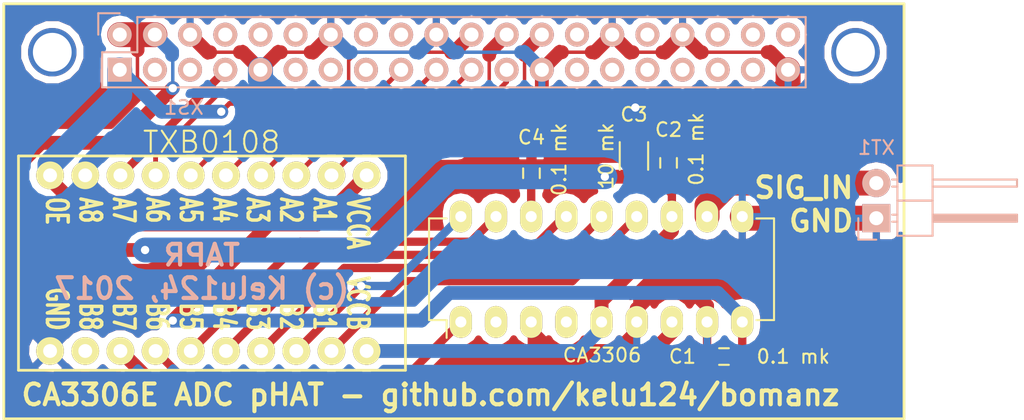
<source format=kicad_pcb>
(kicad_pcb (version 4) (host pcbnew 4.0.6-e0-6349~53~ubuntu16.04.1)

  (general
    (links 45)
    (no_connects 0)
    (area 93.535714 92.265713 173.925001 133.964285)
    (thickness 1.6)
    (drawings 9)
    (tracks 213)
    (zones 0)
    (modules 10)
    (nets 20)
  )

  (page A4)
  (layers
    (0 F.Cu signal)
    (31 B.Cu signal)
    (32 B.Adhes user)
    (33 F.Adhes user)
    (34 B.Paste user)
    (35 F.Paste user)
    (36 B.SilkS user)
    (37 F.SilkS user)
    (38 B.Mask user)
    (39 F.Mask user)
    (40 Dwgs.User user)
    (41 Cmts.User user)
    (42 Eco1.User user)
    (43 Eco2.User user)
    (44 Edge.Cuts user)
    (45 Margin user)
    (46 B.CrtYd user)
    (47 F.CrtYd user)
    (48 B.Fab user)
    (49 F.Fab user)
  )

  (setup
    (last_trace_width 0.35)
    (user_trace_width 0.25)
    (user_trace_width 0.35)
    (user_trace_width 0.6)
    (user_trace_width 1)
    (user_trace_width 1.8)
    (trace_clearance 0.25)
    (zone_clearance 0.5)
    (zone_45_only no)
    (trace_min 0.25)
    (segment_width 0.2)
    (edge_width 0.15)
    (via_size 1)
    (via_drill 0.6)
    (via_min_size 0.1)
    (via_min_drill 0.6)
    (uvia_size 0.3)
    (uvia_drill 0.1)
    (uvias_allowed no)
    (uvia_min_size 0.2)
    (uvia_min_drill 0.1)
    (pcb_text_width 0.3)
    (pcb_text_size 1.5 1.5)
    (mod_edge_width 0.15)
    (mod_text_size 1 1)
    (mod_text_width 0.15)
    (pad_size 3.5 3.5)
    (pad_drill 2.8)
    (pad_to_mask_clearance 0.2)
    (aux_axis_origin 0 0)
    (visible_elements FFFFFF7F)
    (pcbplotparams
      (layerselection 0x00030_80000001)
      (usegerberextensions false)
      (excludeedgelayer true)
      (linewidth 0.100000)
      (plotframeref false)
      (viasonmask false)
      (mode 1)
      (useauxorigin false)
      (hpglpennumber 1)
      (hpglpenspeed 20)
      (hpglpendiameter 15)
      (hpglpenoverlay 2)
      (psnegative false)
      (psa4output false)
      (plotreference true)
      (plotvalue true)
      (plotinvisibletext false)
      (padsonsilk false)
      (subtractmaskfromsilk false)
      (outputformat 1)
      (mirror false)
      (drillshape 1)
      (scaleselection 1)
      (outputdirectory ""))
  )

  (net 0 "")
  (net 1 GND)
  (net 2 VDD_5V)
  (net 3 VDD_3V3)
  (net 4 SIG_IN)
  (net 5 B1)
  (net 6 B2)
  (net 7 B3)
  (net 8 B4)
  (net 9 B5)
  (net 10 B6)
  (net 11 CLK)
  (net 12 GPIO4)
  (net 13 GPIO7)
  (net 14 GPIO8)
  (net 15 GPIO9)
  (net 16 GPIO10)
  (net 17 GPIO11)
  (net 18 GPIO25)
  (net 19 C4_P)

  (net_class Default "This is the default net class."
    (clearance 0.25)
    (trace_width 0.35)
    (via_dia 1)
    (via_drill 0.6)
    (uvia_dia 0.3)
    (uvia_drill 0.1)
    (add_net B1)
    (add_net B2)
    (add_net B3)
    (add_net B4)
    (add_net B5)
    (add_net B6)
    (add_net C4_P)
    (add_net CLK)
    (add_net GND)
    (add_net GPIO10)
    (add_net GPIO11)
    (add_net GPIO25)
    (add_net GPIO4)
    (add_net GPIO7)
    (add_net GPIO8)
    (add_net GPIO9)
    (add_net SIG_IN)
    (add_net VDD_3V3)
    (add_net VDD_5V)
  )

  (module Capacitors_SMD:C_0603 (layer F.Cu) (tedit 58D40A8E) (tstamp 58D27659)
    (at 138.1 112.25 90)
    (descr "Capacitor SMD 0603, reflow soldering, AVX (see smccp.pdf)")
    (tags "capacitor 0603")
    (attr smd)
    (fp_text reference C4 (at 2.6 0 180) (layer F.SilkS)
      (effects (font (size 1 1) (thickness 0.15)))
    )
    (fp_text value "0.1 mk" (at 1 2 270) (layer F.SilkS)
      (effects (font (size 1 1) (thickness 0.15)))
    )
    (fp_line (start -1.45 -0.75) (end 1.45 -0.75) (layer F.CrtYd) (width 0.05))
    (fp_line (start -1.45 0.75) (end 1.45 0.75) (layer F.CrtYd) (width 0.05))
    (fp_line (start -1.45 -0.75) (end -1.45 0.75) (layer F.CrtYd) (width 0.05))
    (fp_line (start 1.45 -0.75) (end 1.45 0.75) (layer F.CrtYd) (width 0.05))
    (fp_line (start -0.35 -0.6) (end 0.35 -0.6) (layer F.SilkS) (width 0.15))
    (fp_line (start 0.35 0.6) (end -0.35 0.6) (layer F.SilkS) (width 0.15))
    (pad 1 smd rect (at -0.75 0 90) (size 0.8 0.75) (layers F.Cu F.Paste F.Mask)
      (net 19 C4_P))
    (pad 2 smd rect (at 0.75 0 90) (size 0.8 0.75) (layers F.Cu F.Paste F.Mask)
      (net 1 GND))
    (model Capacitors_SMD.3dshapes/C_0603.wrl
      (at (xyz 0 0 0))
      (scale (xyz 1 1 1))
      (rotate (xyz 0 0 0))
    )
  )

  (module Capacitors_SMD:C_0603 (layer F.Cu) (tedit 58D40A80) (tstamp 58D27638)
    (at 148 111.5 90)
    (descr "Capacitor SMD 0603, reflow soldering, AVX (see smccp.pdf)")
    (tags "capacitor 0603")
    (attr smd)
    (fp_text reference C2 (at 2.4 0 180) (layer F.SilkS)
      (effects (font (size 1 1) (thickness 0.15)))
    )
    (fp_text value "0.1 mk" (at 1 2 270) (layer F.SilkS)
      (effects (font (size 1 1) (thickness 0.15)))
    )
    (fp_line (start -1.45 -0.75) (end 1.45 -0.75) (layer F.CrtYd) (width 0.05))
    (fp_line (start -1.45 0.75) (end 1.45 0.75) (layer F.CrtYd) (width 0.05))
    (fp_line (start -1.45 -0.75) (end -1.45 0.75) (layer F.CrtYd) (width 0.05))
    (fp_line (start 1.45 -0.75) (end 1.45 0.75) (layer F.CrtYd) (width 0.05))
    (fp_line (start -0.35 -0.6) (end 0.35 -0.6) (layer F.SilkS) (width 0.15))
    (fp_line (start 0.35 0.6) (end -0.35 0.6) (layer F.SilkS) (width 0.15))
    (pad 1 smd rect (at -0.75 0 90) (size 0.8 0.75) (layers F.Cu F.Paste F.Mask)
      (net 2 VDD_5V))
    (pad 2 smd rect (at 0.75 0 90) (size 0.8 0.75) (layers F.Cu F.Paste F.Mask)
      (net 1 GND))
    (model Capacitors_SMD.3dshapes/C_0603.wrl
      (at (xyz 0 0 0))
      (scale (xyz 1 1 1))
      (rotate (xyz 0 0 0))
    )
  )

  (module Mounting_Holes:MountingHole_3.5mm_Pad (layer F.Cu) (tedit 58D25D3D) (tstamp 58D335AA)
    (at 103.5 103.5)
    (descr "Mounting Hole 3.5mm")
    (tags "mounting hole 3.5mm")
    (fp_text reference REF** (at 0 -4.5) (layer F.SilkS) hide
      (effects (font (size 1 1) (thickness 0.15)))
    )
    (fp_text value MountingHole_3.5mm_Pad (at 0 4.5) (layer F.Fab) hide
      (effects (font (size 1 1) (thickness 0.15)))
    )
    (fp_circle (center 0 0) (end 3.5 0) (layer Cmts.User) (width 0.15))
    (fp_circle (center 0 0) (end 3.75 0) (layer F.CrtYd) (width 0.05))
    (pad "" np_thru_hole circle (at 0 0) (size 3.5 3.5) (drill 2.8) (layers *.Cu *.Mask))
  )

  (module Mounting_Holes:MountingHole_3.5mm_Pad (layer F.Cu) (tedit 58D25D3D) (tstamp 58D3359E)
    (at 161.5 103.5)
    (descr "Mounting Hole 3.5mm")
    (tags "mounting hole 3.5mm")
    (fp_text reference REF** (at 0 -4.5) (layer F.SilkS) hide
      (effects (font (size 1 1) (thickness 0.15)))
    )
    (fp_text value MountingHole_3.5mm_Pad (at 0 4.5) (layer F.Fab) hide
      (effects (font (size 1 1) (thickness 0.15)))
    )
    (fp_circle (center 0 0) (end 3.5 0) (layer Cmts.User) (width 0.15))
    (fp_circle (center 0 0) (end 3.75 0) (layer F.CrtYd) (width 0.05))
    (pad "" np_thru_hole circle (at 0 0) (size 3.5 3.5) (drill 2.8) (layers *.Cu *.Mask))
  )

  (module Pin_Headers:Pin_Header_Straight_2x20 locked (layer B.Cu) (tedit 58D28222) (tstamp 58D2C6E9)
    (at 108.37 102.23 270)
    (descr "Through hole pin header")
    (tags "pin header")
    (fp_text reference XS1 (at 5.27 -4.63 540) (layer B.SilkS)
      (effects (font (size 1 1) (thickness 0.15)) (justify mirror))
    )
    (fp_text value Pin_Header_Straight_2x20 (at 0 3.1 270) (layer B.Fab) hide
      (effects (font (size 1 1) (thickness 0.15)) (justify mirror))
    )
    (fp_line (start -1.75 1.75) (end -1.75 -50.05) (layer B.CrtYd) (width 0.05))
    (fp_line (start 4.3 1.75) (end 4.3 -50.05) (layer B.CrtYd) (width 0.05))
    (fp_line (start -1.75 1.75) (end 4.3 1.75) (layer B.CrtYd) (width 0.05))
    (fp_line (start -1.75 -50.05) (end 4.3 -50.05) (layer B.CrtYd) (width 0.05))
    (fp_line (start 3.81 -49.53) (end 3.81 1.27) (layer B.SilkS) (width 0.15))
    (fp_line (start -1.27 -1.27) (end -1.27 -49.53) (layer B.SilkS) (width 0.15))
    (fp_line (start 3.81 -49.53) (end -1.27 -49.53) (layer B.SilkS) (width 0.15))
    (fp_line (start 3.81 1.27) (end 1.27 1.27) (layer B.SilkS) (width 0.15))
    (fp_line (start 0 1.55) (end -1.55 1.55) (layer B.SilkS) (width 0.15))
    (fp_line (start 1.27 1.27) (end 1.27 -1.27) (layer B.SilkS) (width 0.15))
    (fp_line (start 1.27 -1.27) (end -1.27 -1.27) (layer B.SilkS) (width 0.15))
    (fp_line (start -1.55 1.55) (end -1.55 0) (layer B.SilkS) (width 0.15))
    (pad 2 thru_hole oval (at 0 0 270) (size 1.7272 1.7272) (drill 1.016) (layers *.Cu *.Mask B.SilkS)
      (net 2 VDD_5V))
    (pad 1 thru_hole rect (at 2.54 0 270) (size 1.7272 1.7272) (drill 1.016) (layers *.Cu *.Mask B.SilkS)
      (net 3 VDD_3V3))
    (pad 4 thru_hole oval (at 0 -2.54 270) (size 1.7272 1.7272) (drill 1.016) (layers *.Cu *.Mask B.SilkS)
      (net 2 VDD_5V))
    (pad 3 thru_hole oval (at 2.54 -2.54 270) (size 1.7272 1.7272) (drill 1.016) (layers *.Cu *.Mask B.SilkS))
    (pad 6 thru_hole oval (at 0 -5.08 270) (size 1.7272 1.7272) (drill 1.016) (layers *.Cu *.Mask B.SilkS)
      (net 1 GND))
    (pad 5 thru_hole oval (at 2.54 -5.08 270) (size 1.7272 1.7272) (drill 1.016) (layers *.Cu *.Mask B.SilkS))
    (pad 8 thru_hole oval (at 0 -7.62 270) (size 1.7272 1.7272) (drill 1.016) (layers *.Cu *.Mask B.SilkS))
    (pad 7 thru_hole oval (at 2.54 -7.62 270) (size 1.7272 1.7272) (drill 1.016) (layers *.Cu *.Mask B.SilkS)
      (net 12 GPIO4))
    (pad 10 thru_hole oval (at 0 -10.16 270) (size 1.7272 1.7272) (drill 1.016) (layers *.Cu *.Mask B.SilkS))
    (pad 9 thru_hole oval (at 2.54 -10.16 270) (size 1.7272 1.7272) (drill 1.016) (layers *.Cu *.Mask B.SilkS)
      (net 1 GND))
    (pad 12 thru_hole oval (at 0 -12.7 270) (size 1.7272 1.7272) (drill 1.016) (layers *.Cu *.Mask B.SilkS))
    (pad 11 thru_hole oval (at 2.54 -12.7 270) (size 1.7272 1.7272) (drill 1.016) (layers *.Cu *.Mask B.SilkS))
    (pad 14 thru_hole oval (at 0 -15.24 270) (size 1.7272 1.7272) (drill 1.016) (layers *.Cu *.Mask B.SilkS)
      (net 1 GND))
    (pad 13 thru_hole oval (at 2.54 -15.24 270) (size 1.7272 1.7272) (drill 1.016) (layers *.Cu *.Mask B.SilkS))
    (pad 16 thru_hole oval (at 0 -17.78 270) (size 1.7272 1.7272) (drill 1.016) (layers *.Cu *.Mask B.SilkS))
    (pad 15 thru_hole oval (at 2.54 -17.78 270) (size 1.7272 1.7272) (drill 1.016) (layers *.Cu *.Mask B.SilkS))
    (pad 18 thru_hole oval (at 0 -20.32 270) (size 1.7272 1.7272) (drill 1.016) (layers *.Cu *.Mask B.SilkS))
    (pad 17 thru_hole oval (at 2.54 -20.32 270) (size 1.7272 1.7272) (drill 1.016) (layers *.Cu *.Mask B.SilkS)
      (net 3 VDD_3V3))
    (pad 20 thru_hole oval (at 0 -22.86 270) (size 1.7272 1.7272) (drill 1.016) (layers *.Cu *.Mask B.SilkS)
      (net 1 GND))
    (pad 19 thru_hole oval (at 2.54 -22.86 270) (size 1.7272 1.7272) (drill 1.016) (layers *.Cu *.Mask B.SilkS)
      (net 16 GPIO10))
    (pad 22 thru_hole oval (at 0 -25.4 270) (size 1.7272 1.7272) (drill 1.016) (layers *.Cu *.Mask B.SilkS)
      (net 18 GPIO25))
    (pad 21 thru_hole oval (at 2.54 -25.4 270) (size 1.7272 1.7272) (drill 1.016) (layers *.Cu *.Mask B.SilkS)
      (net 15 GPIO9))
    (pad 24 thru_hole oval (at 0 -27.94 270) (size 1.7272 1.7272) (drill 1.016) (layers *.Cu *.Mask B.SilkS)
      (net 14 GPIO8))
    (pad 23 thru_hole oval (at 2.54 -27.94 270) (size 1.7272 1.7272) (drill 1.016) (layers *.Cu *.Mask B.SilkS)
      (net 17 GPIO11))
    (pad 26 thru_hole oval (at 0 -30.48 270) (size 1.7272 1.7272) (drill 1.016) (layers *.Cu *.Mask B.SilkS)
      (net 13 GPIO7))
    (pad 25 thru_hole oval (at 2.54 -30.48 270) (size 1.7272 1.7272) (drill 1.016) (layers *.Cu *.Mask B.SilkS)
      (net 1 GND))
    (pad 28 thru_hole oval (at 0 -33.02 270) (size 1.7272 1.7272) (drill 1.016) (layers *.Cu *.Mask B.SilkS))
    (pad 27 thru_hole oval (at 2.54 -33.02 270) (size 1.7272 1.7272) (drill 1.016) (layers *.Cu *.Mask B.SilkS))
    (pad 30 thru_hole oval (at 0 -35.56 270) (size 1.7272 1.7272) (drill 1.016) (layers *.Cu *.Mask B.SilkS)
      (net 1 GND))
    (pad 29 thru_hole oval (at 2.54 -35.56 270) (size 1.7272 1.7272) (drill 1.016) (layers *.Cu *.Mask B.SilkS))
    (pad 32 thru_hole oval (at 0 -38.1 270) (size 1.7272 1.7272) (drill 1.016) (layers *.Cu *.Mask B.SilkS))
    (pad 31 thru_hole oval (at 2.54 -38.1 270) (size 1.7272 1.7272) (drill 1.016) (layers *.Cu *.Mask B.SilkS))
    (pad 34 thru_hole oval (at 0 -40.64 270) (size 1.7272 1.7272) (drill 1.016) (layers *.Cu *.Mask B.SilkS)
      (net 1 GND))
    (pad 33 thru_hole oval (at 2.54 -40.64 270) (size 1.7272 1.7272) (drill 1.016) (layers *.Cu *.Mask B.SilkS))
    (pad 36 thru_hole oval (at 0 -43.18 270) (size 1.7272 1.7272) (drill 1.016) (layers *.Cu *.Mask B.SilkS))
    (pad 35 thru_hole oval (at 2.54 -43.18 270) (size 1.7272 1.7272) (drill 1.016) (layers *.Cu *.Mask B.SilkS))
    (pad 38 thru_hole oval (at 0 -45.72 270) (size 1.7272 1.7272) (drill 1.016) (layers *.Cu *.Mask B.SilkS))
    (pad 37 thru_hole oval (at 2.54 -45.72 270) (size 1.7272 1.7272) (drill 1.016) (layers *.Cu *.Mask B.SilkS))
    (pad 40 thru_hole oval (at 0 -48.26 270) (size 1.7272 1.7272) (drill 1.016) (layers *.Cu *.Mask B.SilkS))
    (pad 39 thru_hole oval (at 2.54 -48.26 270) (size 1.7272 1.7272) (drill 1.016) (layers *.Cu *.Mask B.SilkS)
      (net 1 GND))
    (model Pin_Headers.3dshapes/Pin_Header_Straight_2x20.wrl
      (at (xyz 0.05 -0.95 0))
      (scale (xyz 1 1 1))
      (rotate (xyz 0 0 90))
    )
  )

  (module Housings_DIP:DIP-18_W7.62mm_LongPads (layer F.Cu) (tedit 58D28379) (tstamp 58D342B6)
    (at 133 123 90)
    (descr "18-lead dip package, row spacing 7.62 mm (300 mils), longer pads")
    (tags "dil dip 2.54 300")
    (fp_text reference CA3306 (at -2.4 10.2 360) (layer F.SilkS)
      (effects (font (size 1 1) (thickness 0.15)))
    )
    (fp_text value DIP-18_W7.62mm_LongPads (at 0 -3.72 90) (layer F.Fab) hide
      (effects (font (size 1 1) (thickness 0.15)))
    )
    (fp_line (start -1.4 -2.45) (end -1.4 22.8) (layer F.CrtYd) (width 0.05))
    (fp_line (start 9 -2.45) (end 9 22.8) (layer F.CrtYd) (width 0.05))
    (fp_line (start -1.4 -2.45) (end 9 -2.45) (layer F.CrtYd) (width 0.05))
    (fp_line (start -1.4 22.8) (end 9 22.8) (layer F.CrtYd) (width 0.05))
    (fp_line (start 0.135 -2.295) (end 0.135 -1.025) (layer F.SilkS) (width 0.15))
    (fp_line (start 7.485 -2.295) (end 7.485 -1.025) (layer F.SilkS) (width 0.15))
    (fp_line (start 7.485 22.615) (end 7.485 21.345) (layer F.SilkS) (width 0.15))
    (fp_line (start 0.135 22.615) (end 0.135 21.345) (layer F.SilkS) (width 0.15))
    (fp_line (start 0.135 -2.295) (end 7.485 -2.295) (layer F.SilkS) (width 0.15))
    (fp_line (start 0.135 22.615) (end 7.485 22.615) (layer F.SilkS) (width 0.15))
    (fp_line (start 0.135 -1.025) (end -1.15 -1.025) (layer F.SilkS) (width 0.15))
    (pad 1 thru_hole oval (at 0 0 90) (size 2.3 1.6) (drill 0.8) (layers *.Cu *.Mask F.SilkS)
      (net 10 B6))
    (pad 2 thru_hole oval (at 0 2.54 90) (size 2.3 1.6) (drill 0.8) (layers *.Cu *.Mask F.SilkS))
    (pad 3 thru_hole oval (at 0 5.08 90) (size 2.3 1.6) (drill 0.8) (layers *.Cu *.Mask F.SilkS)
      (net 1 GND))
    (pad 4 thru_hole oval (at 0 7.62 90) (size 2.3 1.6) (drill 0.8) (layers *.Cu *.Mask F.SilkS))
    (pad 5 thru_hole oval (at 0 10.16 90) (size 2.3 1.6) (drill 0.8) (layers *.Cu *.Mask F.SilkS)
      (net 2 VDD_5V))
    (pad 6 thru_hole oval (at 0 12.7 90) (size 2.3 1.6) (drill 0.8) (layers *.Cu *.Mask F.SilkS)
      (net 1 GND))
    (pad 7 thru_hole oval (at 0 15.24 90) (size 2.3 1.6) (drill 0.8) (layers *.Cu *.Mask F.SilkS)
      (net 11 CLK))
    (pad 8 thru_hole oval (at 0 17.78 90) (size 2.3 1.6) (drill 0.8) (layers *.Cu *.Mask F.SilkS)
      (net 1 GND))
    (pad 9 thru_hole oval (at 0 20.32 90) (size 2.3 1.6) (drill 0.8) (layers *.Cu *.Mask F.SilkS)
      (net 3 VDD_3V3))
    (pad 10 thru_hole oval (at 7.62 20.32 90) (size 2.3 1.6) (drill 0.8) (layers *.Cu *.Mask F.SilkS)
      (net 1 GND))
    (pad 11 thru_hole oval (at 7.62 17.78 90) (size 2.3 1.6) (drill 0.8) (layers *.Cu *.Mask F.SilkS)
      (net 4 SIG_IN))
    (pad 12 thru_hole oval (at 7.62 15.24 90) (size 2.3 1.6) (drill 0.8) (layers *.Cu *.Mask F.SilkS)
      (net 2 VDD_5V))
    (pad 13 thru_hole oval (at 7.62 12.7 90) (size 2.3 1.6) (drill 0.8) (layers *.Cu *.Mask F.SilkS)
      (net 5 B1))
    (pad 14 thru_hole oval (at 7.62 10.16 90) (size 2.3 1.6) (drill 0.8) (layers *.Cu *.Mask F.SilkS)
      (net 6 B2))
    (pad 15 thru_hole oval (at 7.62 7.62 90) (size 2.3 1.6) (drill 0.8) (layers *.Cu *.Mask F.SilkS)
      (net 7 B3))
    (pad 16 thru_hole oval (at 7.62 5.08 90) (size 2.3 1.6) (drill 0.8) (layers *.Cu *.Mask F.SilkS)
      (net 19 C4_P))
    (pad 17 thru_hole oval (at 7.62 2.54 90) (size 2.3 1.6) (drill 0.8) (layers *.Cu *.Mask F.SilkS)
      (net 8 B4))
    (pad 18 thru_hole oval (at 7.62 0 90) (size 2.3 1.6) (drill 0.8) (layers *.Cu *.Mask F.SilkS)
      (net 9 B5))
    (model Housings_DIP.3dshapes/DIP-18_W7.62mm_LongPads.wrl
      (at (xyz 0 0 0))
      (scale (xyz 1 1 1))
      (rotate (xyz 0 0 0))
    )
  )

  (module Mounting_Holes:MountingHole_6mm_Pad (layer F.Cu) (tedit 58D40933) (tstamp 58D3B84D)
    (at 129 111 270)
    (descr TXB0108)
    (tags TXB0108)
    (fp_text reference TXB0108 (at -1 14 360) (layer F.SilkS)
      (effects (font (thickness 0.15)))
    )
    (fp_text value "" (at 0 0 270) (layer F.SilkS)
      (effects (font (thickness 0.15)))
    )
    (fp_line (start 0 0) (end 0 27.94) (layer F.SilkS) (width 0.2))
    (fp_line (start 0 27.94) (end 15.494 27.94) (layer F.SilkS) (width 0.2))
    (fp_line (start 15.494 0) (end 15.494 27.94) (layer F.SilkS) (width 0.2))
    (fp_line (start 0 0) (end 15.494 0) (layer F.SilkS) (width 0.2))
    (pad 1 thru_hole circle (at 1.4 2.8 270) (size 2 2) (drill 1) (layers *.Cu *.Mask F.SilkS)
      (net 3 VDD_3V3))
    (pad 2 thru_hole circle (at 1.4 5.34 270) (size 2 2) (drill 1) (layers *.Cu *.Mask F.SilkS)
      (net 13 GPIO7))
    (pad 3 thru_hole circle (at 1.4 7.88 270) (size 2 2) (drill 1) (layers *.Cu *.Mask F.SilkS)
      (net 17 GPIO11))
    (pad 4 thru_hole circle (at 1.4 10.42 270) (size 2 2) (drill 1) (layers *.Cu *.Mask F.SilkS)
      (net 14 GPIO8))
    (pad 5 thru_hole circle (at 1.4 12.96 270) (size 2 2) (drill 1) (layers *.Cu *.Mask F.SilkS)
      (net 15 GPIO9))
    (pad 6 thru_hole circle (at 1.4 15.5 270) (size 2 2) (drill 1) (layers *.Cu *.Mask F.SilkS)
      (net 16 GPIO10))
    (pad 7 thru_hole circle (at 1.4 18.04 270) (size 2 2) (drill 1) (layers *.Cu *.Mask F.SilkS)
      (net 18 GPIO25))
    (pad 8 thru_hole circle (at 1.4 20.58 270) (size 2 2) (drill 1) (layers *.Cu *.Mask F.SilkS)
      (net 12 GPIO4))
    (pad 9 thru_hole circle (at 1.4 23.12 270) (size 2 2) (drill 1) (layers *.Cu *.Mask F.SilkS)
      (net 1 GND))
    (pad 10 thru_hole circle (at 1.4 25.66 270) (size 2 2) (drill 1) (layers *.Cu *.Mask F.SilkS)
      (net 3 VDD_3V3))
    (pad 20 thru_hole circle (at 14.1 2.8 270) (size 2 2) (drill 1) (layers *.Cu *.Mask F.SilkS)
      (net 2 VDD_5V))
    (pad 19 thru_hole circle (at 14.1 5.34 270) (size 2 2) (drill 1) (layers *.Cu *.Mask F.SilkS)
      (net 5 B1))
    (pad 18 thru_hole circle (at 14.1 7.88 270) (size 2 2) (drill 1) (layers *.Cu *.Mask F.SilkS)
      (net 9 B5))
    (pad 17 thru_hole circle (at 14.1 10.42 270) (size 2 2) (drill 1) (layers *.Cu *.Mask F.SilkS)
      (net 6 B2))
    (pad 16 thru_hole circle (at 14.1 12.96 270) (size 2 2) (drill 1) (layers *.Cu *.Mask F.SilkS)
      (net 7 B3))
    (pad 15 thru_hole circle (at 14.1 15.5 270) (size 2 2) (drill 1) (layers *.Cu *.Mask F.SilkS)
      (net 8 B4))
    (pad 14 thru_hole circle (at 14.1 18.04 270) (size 2 2) (drill 1) (layers *.Cu *.Mask F.SilkS)
      (net 10 B6))
    (pad 13 thru_hole circle (at 14.1 20.58 270) (size 2 2) (drill 1) (layers *.Cu *.Mask F.SilkS)
      (net 11 CLK))
    (pad 12 thru_hole circle (at 14.1 23.12 270) (size 2 2) (drill 1) (layers *.Cu *.Mask F.SilkS))
    (pad 11 thru_hole circle (at 14.1 25.66 270) (size 2 2) (drill 1) (layers *.Cu *.Mask F.SilkS)
      (net 1 GND))
  )

  (module Capacitors_SMD:C_0603 (layer F.Cu) (tedit 58D409B1) (tstamp 58D275C9)
    (at 152 125.5 180)
    (descr "Capacitor SMD 0603, reflow soldering, AVX (see smccp.pdf)")
    (tags "capacitor 0603")
    (attr smd)
    (fp_text reference C1 (at 3 0 360) (layer F.SilkS)
      (effects (font (size 1 1) (thickness 0.15)))
    )
    (fp_text value "0.1 mk" (at -5 0 180) (layer F.SilkS)
      (effects (font (size 1 1) (thickness 0.15)))
    )
    (fp_line (start -1.45 -0.75) (end 1.45 -0.75) (layer F.CrtYd) (width 0.05))
    (fp_line (start -1.45 0.75) (end 1.45 0.75) (layer F.CrtYd) (width 0.05))
    (fp_line (start -1.45 -0.75) (end -1.45 0.75) (layer F.CrtYd) (width 0.05))
    (fp_line (start 1.45 -0.75) (end 1.45 0.75) (layer F.CrtYd) (width 0.05))
    (fp_line (start -0.35 -0.6) (end 0.35 -0.6) (layer F.SilkS) (width 0.15))
    (fp_line (start 0.35 0.6) (end -0.35 0.6) (layer F.SilkS) (width 0.15))
    (pad 1 smd rect (at -0.75 0 180) (size 0.8 0.75) (layers F.Cu F.Paste F.Mask)
      (net 3 VDD_3V3))
    (pad 2 smd rect (at 0.75 0 180) (size 0.8 0.75) (layers F.Cu F.Paste F.Mask)
      (net 1 GND))
    (model Capacitors_SMD.3dshapes/C_0603.wrl
      (at (xyz 0 0 0))
      (scale (xyz 1 1 1))
      (rotate (xyz 0 0 0))
    )
  )

  (module Capacitors_SMD:C_1206 (layer F.Cu) (tedit 58D40A7B) (tstamp 58D27994)
    (at 145.5 111 90)
    (descr "Capacitor SMD 1206, reflow soldering, AVX (see smccp.pdf)")
    (tags "capacitor 1206")
    (attr smd)
    (fp_text reference C3 (at 3 0 180) (layer F.SilkS)
      (effects (font (size 1 1) (thickness 0.15)))
    )
    (fp_text value "10 mk" (at 0 -2 270) (layer F.SilkS)
      (effects (font (size 1 1) (thickness 0.15)))
    )
    (fp_line (start -2.3 -1.15) (end 2.3 -1.15) (layer F.CrtYd) (width 0.05))
    (fp_line (start -2.3 1.15) (end 2.3 1.15) (layer F.CrtYd) (width 0.05))
    (fp_line (start -2.3 -1.15) (end -2.3 1.15) (layer F.CrtYd) (width 0.05))
    (fp_line (start 2.3 -1.15) (end 2.3 1.15) (layer F.CrtYd) (width 0.05))
    (fp_line (start 1 -1.025) (end -1 -1.025) (layer F.SilkS) (width 0.15))
    (fp_line (start -1 1.025) (end 1 1.025) (layer F.SilkS) (width 0.15))
    (pad 1 smd rect (at -1.5 0 90) (size 1 1.6) (layers F.Cu F.Paste F.Mask)
      (net 2 VDD_5V))
    (pad 2 smd rect (at 1.5 0 90) (size 1 1.6) (layers F.Cu F.Paste F.Mask)
      (net 1 GND))
    (model Capacitors_SMD.3dshapes/C_1206.wrl
      (at (xyz 0 0 0))
      (scale (xyz 1 1 1))
      (rotate (xyz 0 0 0))
    )
  )

  (module Pin_Headers:Pin_Header_Angled_1x02 (layer B.Cu) (tedit 58D28317) (tstamp 58D2EDB1)
    (at 163 115.5)
    (descr "Through hole pin header")
    (tags "pin header")
    (fp_text reference XT1 (at 0 -5.1) (layer B.SilkS)
      (effects (font (size 1 1) (thickness 0.15)) (justify mirror))
    )
    (fp_text value Pin_Header_Angled_1x02 (at 0 3.1) (layer B.Fab) hide
      (effects (font (size 1 1) (thickness 0.15)) (justify mirror))
    )
    (fp_line (start -1.5 1.75) (end -1.5 -4.3) (layer B.CrtYd) (width 0.05))
    (fp_line (start 10.65 1.75) (end 10.65 -4.3) (layer B.CrtYd) (width 0.05))
    (fp_line (start -1.5 1.75) (end 10.65 1.75) (layer B.CrtYd) (width 0.05))
    (fp_line (start -1.5 -4.3) (end 10.65 -4.3) (layer B.CrtYd) (width 0.05))
    (fp_line (start -1.3 1.55) (end -1.3 0) (layer B.SilkS) (width 0.15))
    (fp_line (start 0 1.55) (end -1.3 1.55) (layer B.SilkS) (width 0.15))
    (fp_line (start 4.191 0.127) (end 10.033 0.127) (layer B.SilkS) (width 0.15))
    (fp_line (start 10.033 0.127) (end 10.033 -0.127) (layer B.SilkS) (width 0.15))
    (fp_line (start 10.033 -0.127) (end 4.191 -0.127) (layer B.SilkS) (width 0.15))
    (fp_line (start 4.191 -0.127) (end 4.191 0) (layer B.SilkS) (width 0.15))
    (fp_line (start 4.191 0) (end 10.033 0) (layer B.SilkS) (width 0.15))
    (fp_line (start 1.524 0.254) (end 1.143 0.254) (layer B.SilkS) (width 0.15))
    (fp_line (start 1.524 -0.254) (end 1.143 -0.254) (layer B.SilkS) (width 0.15))
    (fp_line (start 1.524 -2.286) (end 1.143 -2.286) (layer B.SilkS) (width 0.15))
    (fp_line (start 1.524 -2.794) (end 1.143 -2.794) (layer B.SilkS) (width 0.15))
    (fp_line (start 1.524 1.27) (end 4.064 1.27) (layer B.SilkS) (width 0.15))
    (fp_line (start 1.524 -1.27) (end 4.064 -1.27) (layer B.SilkS) (width 0.15))
    (fp_line (start 1.524 -1.27) (end 1.524 -3.81) (layer B.SilkS) (width 0.15))
    (fp_line (start 1.524 -3.81) (end 4.064 -3.81) (layer B.SilkS) (width 0.15))
    (fp_line (start 4.064 -2.286) (end 10.16 -2.286) (layer B.SilkS) (width 0.15))
    (fp_line (start 10.16 -2.286) (end 10.16 -2.794) (layer B.SilkS) (width 0.15))
    (fp_line (start 10.16 -2.794) (end 4.064 -2.794) (layer B.SilkS) (width 0.15))
    (fp_line (start 4.064 -3.81) (end 4.064 -1.27) (layer B.SilkS) (width 0.15))
    (fp_line (start 4.064 -1.27) (end 4.064 1.27) (layer B.SilkS) (width 0.15))
    (fp_line (start 10.16 -0.254) (end 4.064 -0.254) (layer B.SilkS) (width 0.15))
    (fp_line (start 10.16 0.254) (end 10.16 -0.254) (layer B.SilkS) (width 0.15))
    (fp_line (start 4.064 0.254) (end 10.16 0.254) (layer B.SilkS) (width 0.15))
    (fp_line (start 1.524 -1.27) (end 4.064 -1.27) (layer B.SilkS) (width 0.15))
    (fp_line (start 1.524 1.27) (end 1.524 -1.27) (layer B.SilkS) (width 0.15))
    (pad 1 thru_hole rect (at 0 0) (size 2.032 2.032) (drill 1.016) (layers *.Cu *.Mask B.SilkS)
      (net 1 GND))
    (pad 2 thru_hole oval (at 0 -2.54) (size 2.032 2.032) (drill 1.016) (layers *.Cu *.Mask B.SilkS)
      (net 4 SIG_IN))
    (model Pin_Headers.3dshapes/Pin_Header_Angled_1x02.wrl
      (at (xyz 0 -0.05 0))
      (scale (xyz 1 1 1))
      (rotate (xyz 0 0 90))
    )
  )

  (gr_text "TAPR\n(c) Kelu124, 2017" (at 114.3 119.38) (layer B.SilkS)
    (effects (font (size 1.5 1.5) (thickness 0.3)) (justify mirror))
  )
  (gr_text "CA3306E ADC pHAT - github.com/kelu124/bomanz" (at 130.81 128.27) (layer F.SilkS)
    (effects (font (size 1.5 1.5) (thickness 0.3)))
  )
  (gr_text "SIG_IN\nGND" (at 161.5 114.5) (layer F.SilkS)
    (effects (font (size 1.5 1.5) (thickness 0.3)) (justify right))
  )
  (gr_line (start 165 100) (end 100 100) (angle 90) (layer F.SilkS) (width 0.2))
  (gr_line (start 165 130) (end 165 100) (angle 90) (layer F.SilkS) (width 0.2))
  (gr_line (start 100 130) (end 165 130) (angle 90) (layer F.SilkS) (width 0.2))
  (gr_line (start 100 100) (end 100 130) (angle 90) (layer F.SilkS) (width 0.2))
  (gr_text "VCCB\nB1\nB2\nB3\nB4\nB5\nB6\nB7\nB8\nGND" (at 114.7 123.75 270) (layer F.SilkS)
    (effects (font (size 1.5 1) (thickness 0.25)) (justify right))
  )
  (gr_text "VCCA\nA1\nA2\nA3\nA4\nA5\nA6\nA7\nA8\nOE" (at 114.7 113.85 270) (layer F.SilkS)
    (effects (font (size 1.5 1) (thickness 0.25)) (justify left))
  )

  (segment (start 138.1 111.5) (end 138.1 109.85) (width 0.6) (layer F.Cu) (net 1))
  (segment (start 138.1 109.05) (end 138.1 109.85) (width 1.8) (layer F.Cu) (net 1) (tstamp 58D419B8))
  (segment (start 138.1 109.05) (end 139.725 107.425) (width 1.8) (layer F.Cu) (net 1))
  (segment (start 105.88 112.4) (end 105.88 121.07) (width 1.8) (layer B.Cu) (net 1))
  (segment (start 103.34 123.61) (end 103.34 125.1) (width 1.8) (layer B.Cu) (net 1) (tstamp 58D418AF))
  (segment (start 105.88 121.07) (end 103.34 123.61) (width 1.8) (layer B.Cu) (net 1) (tstamp 58D418AA))
  (segment (start 105.88 112.4) (end 105.88 111.62) (width 1) (layer B.Cu) (net 1))
  (segment (start 105.88 111.62) (end 107.8 109.7) (width 1) (layer B.Cu) (net 1) (tstamp 58D41886))
  (segment (start 107.8 109.7) (end 118.7 109.7) (width 1) (layer B.Cu) (net 1) (tstamp 58D4188E))
  (segment (start 118.7 109.7) (end 120.9 107.5) (width 1) (layer B.Cu) (net 1) (tstamp 58D41892))
  (segment (start 145.6 107.5) (end 120.9 107.5) (width 1.8) (layer B.Cu) (net 1))
  (segment (start 120.9 107.5) (end 120.55 107.5) (width 1.8) (layer B.Cu) (net 1) (tstamp 58D41895))
  (via (at 145.6 107.5) (size 1) (drill 0.6) (layers F.Cu B.Cu) (net 1))
  (segment (start 145.55 107.5) (end 145.6 107.5) (width 1.8) (layer F.Cu) (net 1) (tstamp 58D4167A))
  (segment (start 120.55 107.5) (end 118.53 105.48) (width 1.8) (layer B.Cu) (net 1) (tstamp 58D41848))
  (segment (start 118.53 105.48) (end 118.53 104.77) (width 1.8) (layer B.Cu) (net 1) (tstamp 58D4184C))
  (segment (start 118.53 104.77) (end 118.53 105.48) (width 1.8) (layer B.Cu) (net 1))
  (segment (start 153.32 115.38) (end 153.44 115.5) (width 1.8) (layer F.Cu) (net 1))
  (segment (start 153.44 115.5) (end 163 115.5) (width 1.8) (layer F.Cu) (net 1) (tstamp 58D41275))
  (segment (start 145.5 109.5) (end 145.55 109.45) (width 1) (layer F.Cu) (net 1))
  (segment (start 145.55 109.45) (end 145.55 107.5) (width 1) (layer F.Cu) (net 1) (tstamp 58D41269))
  (segment (start 145.7 123) (end 145.7 122.05) (width 1) (layer F.Cu) (net 1))
  (segment (start 145.7 122.05) (end 146.85 120.9) (width 1) (layer F.Cu) (net 1) (tstamp 58D410FA))
  (segment (start 150.78 121.83) (end 150.78 123) (width 1) (layer F.Cu) (net 1) (tstamp 58D410FF))
  (segment (start 149.85 120.9) (end 150.78 121.83) (width 1) (layer F.Cu) (net 1) (tstamp 58D410FC))
  (segment (start 146.85 120.9) (end 149.85 120.9) (width 1) (layer F.Cu) (net 1) (tstamp 58D410FB))
  (segment (start 138.08 123) (end 138.08 123.68) (width 1) (layer F.Cu) (net 1))
  (segment (start 138.08 123.68) (end 139.5 125.1) (width 1) (layer F.Cu) (net 1) (tstamp 58D410EE))
  (segment (start 139.5 125.1) (end 144.3 125.1) (width 1) (layer F.Cu) (net 1) (tstamp 58D410EF))
  (segment (start 144.3 125.1) (end 145.7 123.7) (width 1) (layer F.Cu) (net 1) (tstamp 58D410F1))
  (segment (start 145.7 123.7) (end 145.7 123) (width 1) (layer F.Cu) (net 1) (tstamp 58D410F7))
  (segment (start 139.15 106.85) (end 138.85 106.55) (width 1) (layer F.Cu) (net 1))
  (segment (start 139.8 107.5) (end 139.725 107.425) (width 1.8) (layer F.Cu) (net 1) (tstamp 58D41017))
  (segment (start 139.725 107.425) (end 139.15 106.85) (width 1.8) (layer F.Cu) (net 1) (tstamp 58D419B6))
  (segment (start 156.63 104.77) (end 156.63 105.97) (width 1.8) (layer F.Cu) (net 1) (tstamp 58D2F45B))
  (segment (start 155.1 107.5) (end 156.63 105.97) (width 1.8) (layer F.Cu) (net 1) (tstamp 58D2F45A))
  (segment (start 149.05 107.5) (end 155.1 107.5) (width 1.8) (layer F.Cu) (net 1) (tstamp 58D2F459))
  (segment (start 149.05 107.5) (end 145.55 107.5) (width 1.8) (layer F.Cu) (net 1))
  (segment (start 145.55 107.5) (end 139.8 107.5) (width 1.8) (layer F.Cu) (net 1) (tstamp 58D4126E))
  (segment (start 138.85 106.55) (end 138.85 104.77) (width 1) (layer F.Cu) (net 1) (tstamp 58D4101F))
  (segment (start 145.5 109.5) (end 146.75 109.5) (width 0.6) (layer F.Cu) (net 1))
  (segment (start 146.75 109.5) (end 148 110.75) (width 0.6) (layer F.Cu) (net 1) (tstamp 58D40C53))
  (segment (start 150.78 123) (end 150.78 125.03) (width 0.6) (layer F.Cu) (net 1))
  (segment (start 150.78 125.03) (end 151.25 125.5) (width 0.6) (layer F.Cu) (net 1) (tstamp 58D40C48))
  (segment (start 132.5 103.5) (end 137.58 103.5) (width 0.25) (layer B.Cu) (net 1))
  (segment (start 137.58 103.5) (end 137.35 103.5) (width 0.25) (layer B.Cu) (net 1) (tstamp 58D2F391))
  (segment (start 137.58 103.5) (end 137.35 103.5) (width 1) (layer B.Cu) (net 1) (tstamp 58D2F341))
  (segment (start 124.88 103.5) (end 128.5 103.5) (width 0.25) (layer B.Cu) (net 1))
  (segment (start 128.5 103.5) (end 129.96 103.5) (width 0.25) (layer B.Cu) (net 1) (tstamp 58D2F38D))
  (segment (start 129.96 103.5) (end 129.75 103.5) (width 0.25) (layer B.Cu) (net 1) (tstamp 58D2F38E))
  (segment (start 129.96 103.5) (end 129.75 103.5) (width 1) (layer B.Cu) (net 1) (tstamp 58D2F33B))
  (segment (start 119.8 103.5) (end 122.34 103.5) (width 0.25) (layer F.Cu) (net 1))
  (segment (start 119.8 103.5) (end 120 103.5) (width 1) (layer F.Cu) (net 1) (tstamp 58D2F331))
  (segment (start 118.53 104.77) (end 119.8 103.5) (width 1) (layer F.Cu) (net 1))
  (segment (start 122.34 103.5) (end 122.15 103.5) (width 1) (layer F.Cu) (net 1) (tstamp 58D2F334))
  (segment (start 122.34 103.5) (end 123.61 102.23) (width 1) (layer F.Cu) (net 1))
  (segment (start 114.72 103.5) (end 117.26 103.5) (width 0.25) (layer F.Cu) (net 1))
  (segment (start 117.26 103.5) (end 117.05 103.5) (width 0.25) (layer F.Cu) (net 1) (tstamp 58D2F375))
  (segment (start 117.26 103.5) (end 117.05 103.5) (width 1) (layer F.Cu) (net 1) (tstamp 58D2F32E))
  (segment (start 140.12 103.5) (end 142.45 103.5) (width 0.25) (layer F.Cu) (net 1))
  (segment (start 142.66 103.5) (end 142.45 103.5) (width 1) (layer F.Cu) (net 1) (tstamp 58D2F34A))
  (segment (start 142.66 103.5) (end 143.93 102.23) (width 1) (layer F.Cu) (net 1))
  (segment (start 140.12 103.5) (end 140.3 103.5) (width 0.25) (layer F.Cu) (net 1) (tstamp 58D2F372))
  (segment (start 147.74 103.5) (end 145.2 103.5) (width 0.25) (layer F.Cu) (net 1))
  (segment (start 145.2 103.5) (end 145.4 103.5) (width 0.25) (layer F.Cu) (net 1) (tstamp 58D2F36F))
  (segment (start 145.2 103.5) (end 145.4 103.5) (width 1) (layer F.Cu) (net 1) (tstamp 58D2F34D))
  (segment (start 155.36 103.5) (end 150.4 103.5) (width 0.25) (layer F.Cu) (net 1))
  (segment (start 150.28 103.5) (end 149.01 102.23) (width 1) (layer F.Cu) (net 1))
  (segment (start 150.28 103.5) (end 150.4 103.5) (width 1) (layer F.Cu) (net 1) (tstamp 58D2F353))
  (segment (start 156.63 104.77) (end 155.36 103.5) (width 1) (layer F.Cu) (net 1))
  (segment (start 155.36 103.5) (end 155.15 103.5) (width 1) (layer F.Cu) (net 1) (tstamp 58D2F356))
  (segment (start 149.01 102.23) (end 147.74 103.5) (width 1) (layer F.Cu) (net 1))
  (segment (start 147.74 103.5) (end 147.55 103.5) (width 1) (layer F.Cu) (net 1) (tstamp 58D2F350))
  (segment (start 143.93 102.23) (end 145.2 103.5) (width 1) (layer F.Cu) (net 1))
  (segment (start 138.85 104.77) (end 140.12 103.5) (width 1) (layer F.Cu) (net 1))
  (segment (start 140.12 103.5) (end 140.3 103.5) (width 1) (layer F.Cu) (net 1) (tstamp 58D2F347))
  (segment (start 138.85 104.77) (end 137.58 103.5) (width 1) (layer B.Cu) (net 1))
  (segment (start 131.23 102.23) (end 132.5 103.5) (width 1) (layer B.Cu) (net 1))
  (segment (start 132.5 103.5) (end 132.75 103.5) (width 1) (layer B.Cu) (net 1) (tstamp 58D2F33E))
  (segment (start 131.23 102.23) (end 129.96 103.5) (width 1) (layer B.Cu) (net 1))
  (segment (start 123.61 102.23) (end 124.88 103.5) (width 1) (layer B.Cu) (net 1))
  (segment (start 124.88 103.5) (end 125.05 103.5) (width 1) (layer B.Cu) (net 1) (tstamp 58D2F338))
  (segment (start 118.53 104.77) (end 117.26 103.5) (width 1) (layer F.Cu) (net 1))
  (segment (start 113.45 102.23) (end 114.72 103.5) (width 1) (layer F.Cu) (net 1))
  (segment (start 114.72 103.5) (end 114.9 103.5) (width 1) (layer F.Cu) (net 1) (tstamp 58D2F32B))
  (segment (start 110.2 117.8) (end 126.9 117.8) (width 1.8) (layer B.Cu) (net 2))
  (segment (start 145.5 112.5) (end 143.4 112.5) (width 1) (layer F.Cu) (net 2))
  (via (at 143.4 112.5) (size 1) (drill 0.6) (layers F.Cu B.Cu) (net 2))
  (segment (start 105.35 117.8) (end 110.2 117.8) (width 1) (layer F.Cu) (net 2) (tstamp 58D4197A))
  (via (at 110.2 117.8) (size 1) (drill 0.6) (layers F.Cu B.Cu) (net 2))
  (segment (start 108.25 110.05) (end 112.2 106.1) (width 1) (layer F.Cu) (net 2))
  (segment (start 101.25 113.7) (end 102.5 114.95) (width 1) (layer F.Cu) (net 2) (tstamp 58D417B7))
  (segment (start 101.25 111.5) (end 101.25 113.7) (width 1) (layer F.Cu) (net 2) (tstamp 58D417B2))
  (segment (start 102.7 110.05) (end 101.25 111.5) (width 1) (layer F.Cu) (net 2) (tstamp 58D417B1))
  (segment (start 108.25 110.05) (end 102.7 110.05) (width 1) (layer F.Cu) (net 2) (tstamp 58D4179F))
  (segment (start 102.5 114.95) (end 105.35 117.8) (width 1) (layer F.Cu) (net 2))
  (segment (start 132.2 112.5) (end 143.4 112.5) (width 1.8) (layer B.Cu) (net 2) (tstamp 58D4198E))
  (segment (start 126.9 117.8) (end 132.2 112.5) (width 1.8) (layer B.Cu) (net 2) (tstamp 58D4198A))
  (segment (start 143.16 123) (end 143.16 123.44) (width 1) (layer B.Cu) (net 2))
  (segment (start 143.16 123.44) (end 141.5 125.1) (width 1) (layer B.Cu) (net 2) (tstamp 58D4110B))
  (segment (start 141.5 125.1) (end 126.2 125.1) (width 1) (layer B.Cu) (net 2) (tstamp 58D41115))
  (segment (start 143.16 123) (end 143.16 121.49) (width 1) (layer F.Cu) (net 2))
  (segment (start 143.16 121.49) (end 148.24 116.41) (width 1) (layer F.Cu) (net 2) (tstamp 58D410E3))
  (segment (start 148.24 116.41) (end 148.24 115.38) (width 1) (layer F.Cu) (net 2) (tstamp 58D410EA))
  (segment (start 109.65 103.35) (end 109.65 105.35) (width 0.25) (layer F.Cu) (net 2))
  (segment (start 110.4 106.1) (end 112.2 106.1) (width 0.25) (layer F.Cu) (net 2) (tstamp 58D4104D))
  (segment (start 109.65 105.35) (end 110.4 106.1) (width 0.25) (layer F.Cu) (net 2) (tstamp 58D41038))
  (via (at 112.2 106.1) (size 1) (drill 0.6) (layers F.Cu B.Cu) (net 2))
  (segment (start 112.2 103.52) (end 112.15 103.47) (width 0.25) (layer B.Cu) (net 2))
  (segment (start 112.2 103.52) (end 112.2 106.1) (width 0.25) (layer B.Cu) (net 2) (tstamp 58D40C69))
  (segment (start 148 112.25) (end 148 113.5) (width 0.6) (layer F.Cu) (net 2))
  (segment (start 145.5 112.5) (end 147 112.5) (width 0.6) (layer F.Cu) (net 2))
  (segment (start 148.24 113.74) (end 148.24 115.38) (width 0.6) (layer F.Cu) (net 2) (tstamp 58D40C4C))
  (segment (start 147 112.5) (end 148 113.5) (width 0.6) (layer F.Cu) (net 2) (tstamp 58D40C4B))
  (segment (start 148 113.5) (end 148.24 113.74) (width 0.6) (layer F.Cu) (net 2) (tstamp 58D40C51))
  (segment (start 110.91 102.23) (end 112.15 103.47) (width 1) (layer B.Cu) (net 2))
  (segment (start 112.15 103.47) (end 112.15 103.7) (width 1) (layer B.Cu) (net 2) (tstamp 58D2F491))
  (segment (start 109.65 102.23) (end 109.65 103.35) (width 1) (layer F.Cu) (net 2))
  (segment (start 109.65 103.35) (end 109.65 103.25) (width 1) (layer F.Cu) (net 2) (tstamp 58D2F48A))
  (segment (start 108.37 102.23) (end 109.65 102.23) (width 1.8) (layer F.Cu) (net 2))
  (segment (start 109.65 102.23) (end 110.91 102.23) (width 1.8) (layer F.Cu) (net 2) (tstamp 58D2F484))
  (segment (start 103.34 112.4) (end 103.34 112.69) (width 1) (layer F.Cu) (net 3))
  (segment (start 103.34 112.69) (end 106.6 115.95) (width 1) (layer F.Cu) (net 3) (tstamp 58D41973))
  (segment (start 106.6 115.95) (end 119.15 115.95) (width 1) (layer F.Cu) (net 3) (tstamp 58D41976))
  (segment (start 153.32 123) (end 153.32 122.67) (width 1) (layer B.Cu) (net 3))
  (segment (start 153.32 122.67) (end 151.55 120.9) (width 1) (layer B.Cu) (net 3) (tstamp 58D41942))
  (segment (start 122.65 115.95) (end 126.2 112.4) (width 1) (layer F.Cu) (net 3) (tstamp 58D41958))
  (segment (start 119.15 115.95) (end 122.65 115.95) (width 1) (layer F.Cu) (net 3) (tstamp 58D41953))
  (segment (start 112.2 122.9) (end 119.15 115.95) (width 1) (layer F.Cu) (net 3) (tstamp 58D41952))
  (via (at 112.2 122.9) (size 1) (drill 0.6) (layers F.Cu B.Cu) (net 3))
  (segment (start 130.15 122.9) (end 112.2 122.9) (width 1) (layer B.Cu) (net 3) (tstamp 58D41949))
  (segment (start 132.15 120.9) (end 130.15 122.9) (width 1) (layer B.Cu) (net 3) (tstamp 58D41947))
  (segment (start 151.55 120.9) (end 132.15 120.9) (width 1) (layer B.Cu) (net 3) (tstamp 58D41944))
  (segment (start 103.34 112.4) (end 103.34 111.61) (width 1.8) (layer B.Cu) (net 3))
  (segment (start 103.34 111.61) (end 108.37 106.58) (width 1.8) (layer B.Cu) (net 3) (tstamp 58D41792))
  (segment (start 108.37 106.58) (end 108.37 104.77) (width 1.8) (layer B.Cu) (net 3) (tstamp 58D41794))
  (segment (start 115.7 107.8) (end 111.4 107.8) (width 1) (layer B.Cu) (net 3))
  (segment (start 126.26 107.2) (end 116.3 107.2) (width 0.35) (layer F.Cu) (net 3) (tstamp 58D41761))
  (segment (start 116.3 107.2) (end 115.7 107.8) (width 0.35) (layer F.Cu) (net 3) (tstamp 58D41766))
  (via (at 115.7 107.8) (size 1) (drill 0.6) (layers F.Cu B.Cu) (net 3))
  (segment (start 128.69 104.77) (end 126.26 107.2) (width 0.35) (layer F.Cu) (net 3))
  (segment (start 111.4 107.8) (end 108.37 104.77) (width 1) (layer B.Cu) (net 3) (tstamp 58D4177E))
  (segment (start 153.32 123) (end 153.32 122.42) (width 1) (layer B.Cu) (net 3))
  (segment (start 153.32 123) (end 153.32 124.93) (width 0.6) (layer F.Cu) (net 3))
  (segment (start 153.32 124.93) (end 152.75 125.5) (width 0.6) (layer F.Cu) (net 3) (tstamp 58D40C45))
  (segment (start 150.78 115.38) (end 150.78 114.57) (width 1.8) (layer F.Cu) (net 4))
  (segment (start 150.78 114.57) (end 152.39 112.96) (width 1.8) (layer F.Cu) (net 4) (tstamp 58D41281))
  (segment (start 152.39 112.96) (end 163 112.96) (width 1.8) (layer F.Cu) (net 4) (tstamp 58D41287))
  (segment (start 145.7 115.38) (end 145.7 115.4) (width 0.6) (layer F.Cu) (net 5))
  (segment (start 128.71 120.05) (end 123.66 125.1) (width 0.6) (layer F.Cu) (net 5) (tstamp 58D41199))
  (segment (start 141.05 120.05) (end 128.71 120.05) (width 0.6) (layer F.Cu) (net 5) (tstamp 58D41195))
  (segment (start 145.7 115.4) (end 141.05 120.05) (width 0.6) (layer F.Cu) (net 5) (tstamp 58D41192))
  (segment (start 143.16 115.38) (end 143.16 115.44) (width 0.6) (layer F.Cu) (net 6))
  (segment (start 124.58 119.1) (end 118.58 125.1) (width 0.6) (layer F.Cu) (net 6) (tstamp 58D411B3))
  (segment (start 139.5 119.1) (end 124.58 119.1) (width 0.6) (layer F.Cu) (net 6) (tstamp 58D411B1))
  (segment (start 143.16 115.44) (end 139.5 119.1) (width 0.6) (layer F.Cu) (net 6) (tstamp 58D411AE))
  (segment (start 140.62 115.38) (end 140.62 115.23) (width 0.6) (layer F.Cu) (net 7))
  (segment (start 122.99 118.15) (end 116.04 125.1) (width 0.6) (layer F.Cu) (net 7) (tstamp 58D411C9))
  (segment (start 137.7 118.15) (end 122.99 118.15) (width 0.6) (layer F.Cu) (net 7) (tstamp 58D411C7))
  (segment (start 140.62 115.23) (end 137.7 118.15) (width 0.6) (layer F.Cu) (net 7) (tstamp 58D411C4))
  (segment (start 113.5 125.1) (end 121.4 117.2) (width 0.6) (layer F.Cu) (net 8))
  (segment (start 133.72 117.2) (end 135.54 115.38) (width 0.6) (layer F.Cu) (net 8) (tstamp 58D411DF))
  (segment (start 121.4 117.2) (end 133.72 117.2) (width 0.6) (layer F.Cu) (net 8) (tstamp 58D411D9))
  (segment (start 125.8 120.4) (end 127.98 120.4) (width 0.6) (layer B.Cu) (net 9))
  (segment (start 125.8 120.42) (end 125.8 120.4) (width 0.6) (layer F.Cu) (net 9) (tstamp 58D4151C))
  (via (at 125.8 120.4) (size 1) (drill 0.6) (layers F.Cu B.Cu) (net 9))
  (segment (start 121.12 125.1) (end 125.8 120.42) (width 0.6) (layer F.Cu) (net 9))
  (segment (start 127.98 120.4) (end 133 115.38) (width 0.6) (layer B.Cu) (net 9) (tstamp 58D41A2A))
  (segment (start 110.96 125.1) (end 112.86 127) (width 0.6) (layer F.Cu) (net 10))
  (segment (start 112.86 127) (end 129 127) (width 0.6) (layer F.Cu) (net 10) (tstamp 58D40C3A))
  (segment (start 129 127) (end 133 123) (width 0.6) (layer F.Cu) (net 10) (tstamp 58D40C3B))
  (segment (start 108.42 125.1) (end 111.47 128.15) (width 1) (layer F.Cu) (net 11))
  (segment (start 143.85 128.15) (end 148.24 123.76) (width 1) (layer F.Cu) (net 11) (tstamp 58D410D1))
  (segment (start 111.47 128.15) (end 143.85 128.15) (width 1) (layer F.Cu) (net 11) (tstamp 58D410CC))
  (segment (start 148.24 123.76) (end 148.24 123) (width 1) (layer F.Cu) (net 11) (tstamp 58D410D8))
  (segment (start 108.42 112.4) (end 115.99 104.83) (width 0.6) (layer F.Cu) (net 12))
  (segment (start 115.99 104.83) (end 115.99 104.77) (width 0.6) (layer F.Cu) (net 12) (tstamp 58D40F71))
  (segment (start 123.66 112.4) (end 125.46 110.6) (width 0.35) (layer F.Cu) (net 13))
  (segment (start 137.6 103.48) (end 138.85 102.23) (width 1) (layer F.Cu) (net 13))
  (segment (start 137.6 103.48) (end 137.6 103.7) (width 1) (layer F.Cu) (net 13) (tstamp 58D2F2FC))
  (segment (start 137.6 105.8) (end 137.6 103.7) (width 0.25) (layer F.Cu) (net 13))
  (segment (start 132.8 110.6) (end 137.6 105.8) (width 0.35) (layer F.Cu) (net 13) (tstamp 58D4159A))
  (segment (start 125.46 110.6) (end 132.8 110.6) (width 0.35) (layer F.Cu) (net 13) (tstamp 58D41596))
  (segment (start 118.58 112.4) (end 121.73 109.25) (width 0.35) (layer F.Cu) (net 14))
  (segment (start 135.05 105.85) (end 135.05 103.49) (width 0.25) (layer F.Cu) (net 14))
  (segment (start 131.65 109.25) (end 135.05 105.85) (width 0.35) (layer F.Cu) (net 14) (tstamp 58D4158B))
  (segment (start 121.73 109.25) (end 131.65 109.25) (width 0.35) (layer F.Cu) (net 14) (tstamp 58D41589))
  (segment (start 135.05 103.49) (end 135.05 103.7) (width 0.25) (layer F.Cu) (net 14) (tstamp 58D2F328))
  (segment (start 136.31 102.23) (end 135.05 103.49) (width 1) (layer F.Cu) (net 14))
  (segment (start 135.05 103.49) (end 135.05 103.7) (width 1) (layer F.Cu) (net 14) (tstamp 58D2F322))
  (segment (start 116.04 112.4) (end 119.89 108.55) (width 0.35) (layer F.Cu) (net 15))
  (segment (start 129.99 108.55) (end 133.77 104.77) (width 0.35) (layer F.Cu) (net 15) (tstamp 58D41585))
  (segment (start 119.89 108.55) (end 129.99 108.55) (width 0.35) (layer F.Cu) (net 15) (tstamp 58D41583))
  (segment (start 113.5 112.4) (end 118.05 107.85) (width 0.35) (layer F.Cu) (net 16))
  (segment (start 128.15 107.85) (end 131.23 104.77) (width 0.35) (layer F.Cu) (net 16) (tstamp 58D4157F))
  (segment (start 118.05 107.85) (end 128.15 107.85) (width 0.35) (layer F.Cu) (net 16) (tstamp 58D4157B))
  (segment (start 121.12 112.4) (end 123.62 109.9) (width 0.35) (layer F.Cu) (net 17))
  (segment (start 136.31 105.64) (end 136.31 104.77) (width 0.35) (layer F.Cu) (net 17) (tstamp 58D41593))
  (segment (start 132.05 109.9) (end 136.31 105.64) (width 0.35) (layer F.Cu) (net 17) (tstamp 58D41591))
  (segment (start 123.62 109.9) (end 132.05 109.9) (width 0.35) (layer F.Cu) (net 17) (tstamp 58D4158F))
  (segment (start 116.81 106.55) (end 115.45 106.55) (width 0.35) (layer F.Cu) (net 18))
  (segment (start 116.81 106.55) (end 124.25 106.55) (width 0.35) (layer F.Cu) (net 18) (tstamp 58D41571))
  (segment (start 124.25 106.55) (end 124.9 105.9) (width 0.35) (layer F.Cu) (net 18) (tstamp 58D41576))
  (segment (start 132.3 103.5) (end 129.5 103.5) (width 0.25) (layer F.Cu) (net 18))
  (segment (start 132.5 103.5) (end 132.3 103.5) (width 1) (layer F.Cu) (net 18) (tstamp 58D2F30C))
  (segment (start 133.77 102.23) (end 132.5 103.5) (width 1) (layer F.Cu) (net 18))
  (segment (start 124.9 104.1) (end 124.9 105.9) (width 0.25) (layer F.Cu) (net 18) (tstamp 58D2F312))
  (segment (start 125.5 103.5) (end 124.9 104.1) (width 0.25) (layer F.Cu) (net 18) (tstamp 58D2F311))
  (segment (start 129.5 103.5) (end 125.5 103.5) (width 0.25) (layer F.Cu) (net 18) (tstamp 58D2F310))
  (segment (start 110.96 111.04) (end 110.96 112.4) (width 0.35) (layer F.Cu) (net 18) (tstamp 58D4175A))
  (segment (start 115.45 106.55) (end 110.96 111.04) (width 0.35) (layer F.Cu) (net 18) (tstamp 58D41757))
  (segment (start 138.08 115.38) (end 138.08 113.02) (width 0.6) (layer F.Cu) (net 19))
  (segment (start 138.08 113.02) (end 138.1 113) (width 0.6) (layer F.Cu) (net 19) (tstamp 58D419A3))

  (zone (net 1) (net_name GND) (layer F.Cu) (tstamp 58D2F4F9) (hatch edge 0.508)
    (connect_pads (clearance 0.5))
    (min_thickness 0.5)
    (fill yes (arc_segments 16) (thermal_gap 0.508) (thermal_bridge_width 0.508))
    (polygon
      (pts
        (xy 100 130) (xy 100 100) (xy 165 100) (xy 165 130)
      )
    )
    (filled_polygon
      (pts
        (xy 100.366117 114.583883) (xy 101.616117 115.833884) (xy 101.61612 115.833886) (xy 104.466117 118.683884) (xy 104.728319 118.859081)
        (xy 104.871646 118.954849) (xy 105.35 119.05) (xy 110.198909 119.05) (xy 110.44755 119.050217) (xy 110.907143 118.860316)
        (xy 111.259081 118.508993) (xy 111.449783 118.049731) (xy 111.450217 117.55245) (xy 111.304587 117.2) (xy 116.132233 117.2)
        (xy 111.317174 122.01506) (xy 111.140919 122.191007) (xy 110.950217 122.650269) (xy 110.949783 123.14755) (xy 111.03346 123.350063)
        (xy 110.613431 123.349696) (xy 109.969999 123.615557) (xy 109.689943 123.895125) (xy 109.41259 123.617287) (xy 108.769624 123.350304)
        (xy 108.073431 123.349696) (xy 107.429999 123.615557) (xy 107.149943 123.895125) (xy 106.87259 123.617287) (xy 106.229624 123.350304)
        (xy 105.533431 123.349696) (xy 104.889999 123.615557) (xy 104.523535 123.981382) (xy 104.476275 123.969382) (xy 103.345657 125.1)
        (xy 104.476275 126.230618) (xy 104.523866 126.218534) (xy 104.88741 126.582713) (xy 105.530376 126.849696) (xy 106.226569 126.850304)
        (xy 106.870001 126.584443) (xy 107.150057 126.304875) (xy 107.42741 126.582713) (xy 108.070376 126.849696) (xy 108.40222 126.849986)
        (xy 110.586116 129.033883) (xy 110.991646 129.304849) (xy 111.47 129.4) (xy 143.85 129.4) (xy 144.328354 129.304849)
        (xy 144.733883 129.033883) (xy 148.074266 125.6935) (xy 150.092 125.6935) (xy 150.092 126.025775) (xy 150.207398 126.304372)
        (xy 150.420627 126.517601) (xy 150.699224 126.633) (xy 151.0565 126.633) (xy 151.246 126.4435) (xy 151.246 125.504)
        (xy 150.2815 125.504) (xy 150.092 125.6935) (xy 148.074266 125.6935) (xy 149.123884 124.643883) (xy 149.146701 124.609735)
        (xy 149.336016 124.483239) (xy 149.517734 124.211277) (xy 149.681156 124.454501) (xy 150.172141 124.780746) (xy 150.092 124.974225)
        (xy 150.092 125.3065) (xy 150.2815 125.496) (xy 151.246 125.496) (xy 151.246 125.476) (xy 151.254 125.476)
        (xy 151.254 125.496) (xy 151.274 125.496) (xy 151.274 125.504) (xy 151.254 125.504) (xy 151.254 126.4435)
        (xy 151.4435 126.633) (xy 151.800776 126.633) (xy 152.006286 126.547875) (xy 152.052492 126.579446) (xy 152.35 126.639693)
        (xy 153.15 126.639693) (xy 153.427933 126.587396) (xy 153.683198 126.423138) (xy 153.854446 126.172508) (xy 153.914693 125.875)
        (xy 153.914693 125.820231) (xy 154.062462 125.672462) (xy 154.125343 125.578354) (xy 154.290074 125.331818) (xy 154.37 124.93)
        (xy 154.37 124.513986) (xy 154.416016 124.483239) (xy 154.752013 123.980382) (xy 154.87 123.387223) (xy 154.87 122.612777)
        (xy 154.752013 122.019618) (xy 154.416016 121.516761) (xy 153.913159 121.180764) (xy 153.32 121.062777) (xy 152.726841 121.180764)
        (xy 152.223984 121.516761) (xy 152.042266 121.788723) (xy 151.878844 121.545499) (xy 151.372525 121.209065) (xy 151.027675 121.111812)
        (xy 150.784 121.281506) (xy 150.784 122.996) (xy 150.804 122.996) (xy 150.804 123.004) (xy 150.784 123.004)
        (xy 150.784 123.024) (xy 150.776 123.024) (xy 150.776 123.004) (xy 150.756 123.004) (xy 150.756 122.996)
        (xy 150.776 122.996) (xy 150.776 121.281506) (xy 150.532325 121.111812) (xy 150.187475 121.209065) (xy 149.681156 121.545499)
        (xy 149.517734 121.788723) (xy 149.336016 121.516761) (xy 148.833159 121.180764) (xy 148.24 121.062777) (xy 147.646841 121.180764)
        (xy 147.143984 121.516761) (xy 146.962266 121.788723) (xy 146.798844 121.545499) (xy 146.292525 121.209065) (xy 145.947675 121.111812)
        (xy 145.704 121.281506) (xy 145.704 122.996) (xy 145.724 122.996) (xy 145.724 123.004) (xy 145.704 123.004)
        (xy 145.704 123.024) (xy 145.696 123.024) (xy 145.696 123.004) (xy 145.676 123.004) (xy 145.676 122.996)
        (xy 145.696 122.996) (xy 145.696 121.281506) (xy 145.452325 121.111812) (xy 145.248462 121.169305) (xy 149.123884 117.293883)
        (xy 149.394849 116.888354) (xy 149.412785 116.798182) (xy 149.426901 116.72722) (xy 149.51 116.602853) (xy 149.683984 116.863239)
        (xy 150.186841 117.199236) (xy 150.78 117.317223) (xy 151.373159 117.199236) (xy 151.876016 116.863239) (xy 152.057734 116.591277)
        (xy 152.221156 116.834501) (xy 152.727475 117.170935) (xy 153.072325 117.268188) (xy 153.316 117.098494) (xy 153.316 115.384)
        (xy 153.324 115.384) (xy 153.324 117.098494) (xy 153.567675 117.268188) (xy 153.912525 117.170935) (xy 154.418844 116.834501)
        (xy 154.757874 116.329916) (xy 154.878 115.734) (xy 154.878 115.6935) (xy 161.226 115.6935) (xy 161.226 116.666775)
        (xy 161.341398 116.945372) (xy 161.554627 117.158601) (xy 161.833224 117.274) (xy 162.8065 117.274) (xy 162.996 117.0845)
        (xy 162.996 115.504) (xy 161.4155 115.504) (xy 161.226 115.6935) (xy 154.878 115.6935) (xy 154.878 115.384)
        (xy 153.324 115.384) (xy 153.316 115.384) (xy 153.296 115.384) (xy 153.296 115.376) (xy 153.316 115.376)
        (xy 153.316 115.356) (xy 153.324 115.356) (xy 153.324 115.376) (xy 154.878 115.376) (xy 154.878 115.026)
        (xy 154.794142 114.61) (xy 161.226 114.61) (xy 161.226 115.3065) (xy 161.4155 115.496) (xy 162.996 115.496)
        (xy 162.996 115.476) (xy 163.004 115.476) (xy 163.004 115.496) (xy 163.024 115.496) (xy 163.024 115.504)
        (xy 163.004 115.504) (xy 163.004 117.0845) (xy 163.1935 117.274) (xy 164.166776 117.274) (xy 164.445373 117.158601)
        (xy 164.658602 116.945372) (xy 164.75 116.724716) (xy 164.75 129.75) (xy 100.25 129.75) (xy 100.25 126.236275)
        (xy 102.209382 126.236275) (xy 102.289669 126.552463) (xy 102.925454 126.843845) (xy 103.62435 126.869743) (xy 104.279956 126.626213)
        (xy 104.390331 126.552463) (xy 104.470618 126.236275) (xy 103.34 125.105657) (xy 102.209382 126.236275) (xy 100.25 126.236275)
        (xy 100.25 125.38435) (xy 101.570257 125.38435) (xy 101.813787 126.039956) (xy 101.887537 126.150331) (xy 102.203725 126.230618)
        (xy 103.334343 125.1) (xy 102.203725 123.969382) (xy 101.887537 124.049669) (xy 101.596155 124.685454) (xy 101.570257 125.38435)
        (xy 100.25 125.38435) (xy 100.25 123.963725) (xy 102.209382 123.963725) (xy 103.34 125.094343) (xy 104.470618 123.963725)
        (xy 104.390331 123.647537) (xy 103.754546 123.356155) (xy 103.05565 123.330257) (xy 102.400044 123.573787) (xy 102.289669 123.647537)
        (xy 102.209382 123.963725) (xy 100.25 123.963725) (xy 100.25 114.410102)
      )
    )
    (filled_polygon
      (pts
        (xy 138.084 122.996) (xy 138.104 122.996) (xy 138.104 123.004) (xy 138.084 123.004) (xy 138.084 124.718494)
        (xy 138.327675 124.888188) (xy 138.672525 124.790935) (xy 139.178844 124.454501) (xy 139.342266 124.211277) (xy 139.523984 124.483239)
        (xy 140.026841 124.819236) (xy 140.62 124.937223) (xy 141.213159 124.819236) (xy 141.716016 124.483239) (xy 141.89 124.222853)
        (xy 142.063984 124.483239) (xy 142.566841 124.819236) (xy 143.16 124.937223) (xy 143.753159 124.819236) (xy 144.256016 124.483239)
        (xy 144.437734 124.211277) (xy 144.601156 124.454501) (xy 145.107475 124.790935) (xy 145.367865 124.864369) (xy 143.332234 126.9)
        (xy 130.584924 126.9) (xy 132.622742 124.862182) (xy 133 124.937223) (xy 133.593159 124.819236) (xy 134.096016 124.483239)
        (xy 134.27 124.222853) (xy 134.443984 124.483239) (xy 134.946841 124.819236) (xy 135.54 124.937223) (xy 136.133159 124.819236)
        (xy 136.636016 124.483239) (xy 136.817734 124.211277) (xy 136.981156 124.454501) (xy 137.487475 124.790935) (xy 137.832325 124.888188)
        (xy 138.076 124.718494) (xy 138.076 123.004) (xy 138.056 123.004) (xy 138.056 122.996) (xy 138.076 122.996)
        (xy 138.076 122.976) (xy 138.084 122.976)
      )
    )
    (filled_polygon
      (pts
        (xy 164.75 112.705627) (xy 164.666169 112.284181) (xy 164.283349 111.711249) (xy 163.710417 111.328429) (xy 163.034598 111.194)
        (xy 162.965402 111.194) (xy 162.382232 111.31) (xy 152.39 111.31) (xy 151.758572 111.435599) (xy 151.488408 111.616117)
        (xy 151.223274 111.793274) (xy 149.613274 113.403274) (xy 149.299735 113.872519) (xy 149.29 113.866014) (xy 149.29 113.74)
        (xy 149.210074 113.338182) (xy 149.05 113.098615) (xy 149.05 112.990604) (xy 149.079446 112.947508) (xy 149.139693 112.65)
        (xy 149.139693 111.85) (xy 149.087396 111.572067) (xy 149.046775 111.50894) (xy 149.133 111.300776) (xy 149.133 110.9435)
        (xy 148.9435 110.754) (xy 148.004 110.754) (xy 148.004 110.774) (xy 147.996 110.774) (xy 147.996 110.754)
        (xy 147.0565 110.754) (xy 146.867 110.9435) (xy 146.867 111.300776) (xy 146.928811 111.45) (xy 146.823547 111.45)
        (xy 146.597508 111.295554) (xy 146.3 111.235307) (xy 144.7 111.235307) (xy 144.621914 111.25) (xy 143.40109 111.25)
        (xy 143.15245 111.249783) (xy 142.692857 111.439684) (xy 142.340919 111.791007) (xy 142.150217 112.250269) (xy 142.149783 112.74755)
        (xy 142.339684 113.207143) (xy 142.671838 113.539879) (xy 142.566841 113.560764) (xy 142.063984 113.896761) (xy 141.89 114.157147)
        (xy 141.716016 113.896761) (xy 141.213159 113.560764) (xy 140.62 113.442777) (xy 140.026841 113.560764) (xy 139.523984 113.896761)
        (xy 139.35 114.157147) (xy 139.176016 113.896761) (xy 139.13 113.866014) (xy 139.13 113.769875) (xy 139.179446 113.697508)
        (xy 139.239693 113.4) (xy 139.239693 112.6) (xy 139.187396 112.322067) (xy 139.146775 112.25894) (xy 139.233 112.050776)
        (xy 139.233 111.6935) (xy 139.0435 111.504) (xy 138.104 111.504) (xy 138.104 111.524) (xy 138.096 111.524)
        (xy 138.096 111.504) (xy 137.1565 111.504) (xy 136.967 111.6935) (xy 136.967 112.050776) (xy 137.052125 112.256286)
        (xy 137.020554 112.302492) (xy 136.960307 112.6) (xy 136.960307 113.4) (xy 137.012604 113.677933) (xy 137.03 113.704967)
        (xy 137.03 113.866014) (xy 136.983984 113.896761) (xy 136.81 114.157147) (xy 136.636016 113.896761) (xy 136.133159 113.560764)
        (xy 135.54 113.442777) (xy 134.946841 113.560764) (xy 134.443984 113.896761) (xy 134.27 114.157147) (xy 134.096016 113.896761)
        (xy 133.593159 113.560764) (xy 133 113.442777) (xy 132.406841 113.560764) (xy 131.903984 113.896761) (xy 131.567987 114.399618)
        (xy 131.45 114.992777) (xy 131.45 115.767223) (xy 131.526139 116.15) (xy 124.217766 116.15) (xy 126.21775 114.150017)
        (xy 126.546569 114.150304) (xy 127.190001 113.884443) (xy 127.682713 113.39259) (xy 127.949696 112.749624) (xy 127.950304 112.053431)
        (xy 127.731961 111.525) (xy 132.8 111.525) (xy 133.153983 111.454589) (xy 133.454074 111.254074) (xy 133.758924 110.949224)
        (xy 136.967 110.949224) (xy 136.967 111.3065) (xy 137.1565 111.496) (xy 138.096 111.496) (xy 138.096 110.5315)
        (xy 138.104 110.5315) (xy 138.104 111.496) (xy 139.0435 111.496) (xy 139.233 111.3065) (xy 139.233 110.949224)
        (xy 139.117601 110.670627) (xy 138.904372 110.457398) (xy 138.625775 110.342) (xy 138.2935 110.342) (xy 138.104 110.5315)
        (xy 138.096 110.5315) (xy 137.9065 110.342) (xy 137.574225 110.342) (xy 137.295628 110.457398) (xy 137.082399 110.670627)
        (xy 136.967 110.949224) (xy 133.758924 110.949224) (xy 135.014648 109.6935) (xy 143.942 109.6935) (xy 143.942 110.150776)
        (xy 144.057399 110.429373) (xy 144.270628 110.642602) (xy 144.549225 110.758) (xy 145.3065 110.758) (xy 145.496 110.5685)
        (xy 145.496 109.504) (xy 145.504 109.504) (xy 145.504 110.5685) (xy 145.6935 110.758) (xy 146.450775 110.758)
        (xy 146.729372 110.642602) (xy 146.867 110.504974) (xy 146.867 110.5565) (xy 147.0565 110.746) (xy 147.996 110.746)
        (xy 147.996 109.7815) (xy 148.004 109.7815) (xy 148.004 110.746) (xy 148.9435 110.746) (xy 149.133 110.5565)
        (xy 149.133 110.199224) (xy 149.017601 109.920627) (xy 148.804372 109.707398) (xy 148.525775 109.592) (xy 148.1935 109.592)
        (xy 148.004 109.7815) (xy 147.996 109.7815) (xy 147.8065 109.592) (xy 147.474225 109.592) (xy 147.195628 109.707398)
        (xy 147.058 109.845026) (xy 147.058 109.6935) (xy 146.8685 109.504) (xy 145.504 109.504) (xy 145.496 109.504)
        (xy 144.1315 109.504) (xy 143.942 109.6935) (xy 135.014648 109.6935) (xy 135.858924 108.849224) (xy 143.942 108.849224)
        (xy 143.942 109.3065) (xy 144.1315 109.496) (xy 145.496 109.496) (xy 145.496 108.4315) (xy 145.504 108.4315)
        (xy 145.504 109.496) (xy 146.8685 109.496) (xy 147.058 109.3065) (xy 147.058 108.849224) (xy 146.942601 108.570627)
        (xy 146.729372 108.357398) (xy 146.450775 108.242) (xy 145.6935 108.242) (xy 145.504 108.4315) (xy 145.496 108.4315)
        (xy 145.3065 108.242) (xy 144.549225 108.242) (xy 144.270628 108.357398) (xy 144.057399 108.570627) (xy 143.942 108.849224)
        (xy 135.858924 108.849224) (xy 138.254074 106.454074) (xy 138.360331 106.29505) (xy 138.475336 106.347724) (xy 138.592376 106.371005)
        (xy 138.846 106.202094) (xy 138.846 104.774) (xy 138.826 104.774) (xy 138.826 104.766) (xy 138.846 104.766)
        (xy 138.846 104.746) (xy 138.854 104.746) (xy 138.854 104.766) (xy 138.874 104.766) (xy 138.874 104.774)
        (xy 138.854 104.774) (xy 138.854 106.202094) (xy 139.107624 106.371005) (xy 139.224664 106.347724) (xy 139.799913 106.084249)
        (xy 140.11618 105.743803) (xy 140.249012 105.9426) (xy 140.772502 106.292384) (xy 141.39 106.415212) (xy 142.007498 106.292384)
        (xy 142.530988 105.9426) (xy 142.66 105.749519) (xy 142.789012 105.9426) (xy 143.312502 106.292384) (xy 143.93 106.415212)
        (xy 144.547498 106.292384) (xy 145.070988 105.9426) (xy 145.2 105.749519) (xy 145.329012 105.9426) (xy 145.852502 106.292384)
        (xy 146.47 106.415212) (xy 147.087498 106.292384) (xy 147.610988 105.9426) (xy 147.74 105.749519) (xy 147.869012 105.9426)
        (xy 148.392502 106.292384) (xy 149.01 106.415212) (xy 149.627498 106.292384) (xy 150.150988 105.9426) (xy 150.28 105.749519)
        (xy 150.409012 105.9426) (xy 150.932502 106.292384) (xy 151.55 106.415212) (xy 152.167498 106.292384) (xy 152.690988 105.9426)
        (xy 152.82 105.749519) (xy 152.949012 105.9426) (xy 153.472502 106.292384) (xy 154.09 106.415212) (xy 154.707498 106.292384)
        (xy 155.230988 105.9426) (xy 155.36382 105.743803) (xy 155.680087 106.084249) (xy 156.255336 106.347724) (xy 156.372376 106.371005)
        (xy 156.626 106.202094) (xy 156.626 104.774) (xy 156.634 104.774) (xy 156.634 106.202094) (xy 156.887624 106.371005)
        (xy 157.004664 106.347724) (xy 157.579913 106.084249) (xy 158.010547 105.620692) (xy 158.231005 105.027624) (xy 158.062095 104.774)
        (xy 156.634 104.774) (xy 156.626 104.774) (xy 156.606 104.774) (xy 156.606 104.766) (xy 156.626 104.766)
        (xy 156.626 104.746) (xy 156.634 104.746) (xy 156.634 104.766) (xy 158.062095 104.766) (xy 158.231005 104.512376)
        (xy 158.038721 103.995099) (xy 158.999567 103.995099) (xy 159.379367 104.914286) (xy 160.082015 105.618161) (xy 161.000538 105.999565)
        (xy 161.995099 106.000433) (xy 162.914286 105.620633) (xy 163.618161 104.917985) (xy 163.999565 103.999462) (xy 164.000433 103.004901)
        (xy 163.620633 102.085714) (xy 162.917985 101.381839) (xy 161.999462 101.000435) (xy 161.004901 100.999567) (xy 160.085714 101.379367)
        (xy 159.381839 102.082015) (xy 159.000435 103.000538) (xy 158.999567 103.995099) (xy 158.038721 103.995099) (xy 158.010547 103.919308)
        (xy 157.622627 103.501731) (xy 157.770988 103.4026) (xy 158.120772 102.87911) (xy 158.2436 102.261612) (xy 158.2436 102.198388)
        (xy 158.120772 101.58089) (xy 157.770988 101.0574) (xy 157.247498 100.707616) (xy 156.63 100.584788) (xy 156.012502 100.707616)
        (xy 155.489012 101.0574) (xy 155.36 101.250481) (xy 155.230988 101.0574) (xy 154.707498 100.707616) (xy 154.09 100.584788)
        (xy 153.472502 100.707616) (xy 152.949012 101.0574) (xy 152.82 101.250481) (xy 152.690988 101.0574) (xy 152.167498 100.707616)
        (xy 151.55 100.584788) (xy 150.932502 100.707616) (xy 150.409012 101.0574) (xy 150.27618 101.256197) (xy 149.959913 100.915751)
        (xy 149.384664 100.652276) (xy 149.267624 100.628995) (xy 149.014 100.797906) (xy 149.014 102.226) (xy 149.034 102.226)
        (xy 149.034 102.234) (xy 149.014 102.234) (xy 149.014 102.254) (xy 149.006 102.254) (xy 149.006 102.234)
        (xy 148.986 102.234) (xy 148.986 102.226) (xy 149.006 102.226) (xy 149.006 100.797906) (xy 148.752376 100.628995)
        (xy 148.635336 100.652276) (xy 148.060087 100.915751) (xy 147.74382 101.256197) (xy 147.610988 101.0574) (xy 147.087498 100.707616)
        (xy 146.47 100.584788) (xy 145.852502 100.707616) (xy 145.329012 101.0574) (xy 145.19618 101.256197) (xy 144.879913 100.915751)
        (xy 144.304664 100.652276) (xy 144.187624 100.628995) (xy 143.934 100.797906) (xy 143.934 102.226) (xy 143.954 102.226)
        (xy 143.954 102.234) (xy 143.934 102.234) (xy 143.934 102.254) (xy 143.926 102.254) (xy 143.926 102.234)
        (xy 143.906 102.234) (xy 143.906 102.226) (xy 143.926 102.226) (xy 143.926 100.797906) (xy 143.672376 100.628995)
        (xy 143.555336 100.652276) (xy 142.980087 100.915751) (xy 142.66382 101.256197) (xy 142.530988 101.0574) (xy 142.007498 100.707616)
        (xy 141.39 100.584788) (xy 140.772502 100.707616) (xy 140.249012 101.0574) (xy 140.12 101.250481) (xy 139.990988 101.0574)
        (xy 139.467498 100.707616) (xy 138.85 100.584788) (xy 138.232502 100.707616) (xy 137.709012 101.0574) (xy 137.58 101.250481)
        (xy 137.450988 101.0574) (xy 136.927498 100.707616) (xy 136.31 100.584788) (xy 135.692502 100.707616) (xy 135.169012 101.0574)
        (xy 135.04 101.250481) (xy 134.910988 101.0574) (xy 134.387498 100.707616) (xy 133.77 100.584788) (xy 133.152502 100.707616)
        (xy 132.629012 101.0574) (xy 132.49618 101.256197) (xy 132.179913 100.915751) (xy 131.604664 100.652276) (xy 131.487624 100.628995)
        (xy 131.234 100.797906) (xy 131.234 102.226) (xy 131.254 102.226) (xy 131.254 102.234) (xy 131.234 102.234)
        (xy 131.234 102.254) (xy 131.226 102.254) (xy 131.226 102.234) (xy 131.206 102.234) (xy 131.206 102.226)
        (xy 131.226 102.226) (xy 131.226 100.797906) (xy 130.972376 100.628995) (xy 130.855336 100.652276) (xy 130.280087 100.915751)
        (xy 129.96382 101.256197) (xy 129.830988 101.0574) (xy 129.307498 100.707616) (xy 128.69 100.584788) (xy 128.072502 100.707616)
        (xy 127.549012 101.0574) (xy 127.42 101.250481) (xy 127.290988 101.0574) (xy 126.767498 100.707616) (xy 126.15 100.584788)
        (xy 125.532502 100.707616) (xy 125.009012 101.0574) (xy 124.87618 101.256197) (xy 124.559913 100.915751) (xy 123.984664 100.652276)
        (xy 123.867624 100.628995) (xy 123.614 100.797906) (xy 123.614 102.226) (xy 123.634 102.226) (xy 123.634 102.234)
        (xy 123.614 102.234) (xy 123.614 102.254) (xy 123.606 102.254) (xy 123.606 102.234) (xy 123.586 102.234)
        (xy 123.586 102.226) (xy 123.606 102.226) (xy 123.606 100.797906) (xy 123.352376 100.628995) (xy 123.235336 100.652276)
        (xy 122.660087 100.915751) (xy 122.34382 101.256197) (xy 122.210988 101.0574) (xy 121.687498 100.707616) (xy 121.07 100.584788)
        (xy 120.452502 100.707616) (xy 119.929012 101.0574) (xy 119.8 101.250481) (xy 119.670988 101.0574) (xy 119.147498 100.707616)
        (xy 118.53 100.584788) (xy 117.912502 100.707616) (xy 117.389012 101.0574) (xy 117.26 101.250481) (xy 117.130988 101.0574)
        (xy 116.607498 100.707616) (xy 115.99 100.584788) (xy 115.372502 100.707616) (xy 114.849012 101.0574) (xy 114.71618 101.256197)
        (xy 114.399913 100.915751) (xy 113.824664 100.652276) (xy 113.707624 100.628995) (xy 113.454 100.797906) (xy 113.454 102.226)
        (xy 113.474 102.226) (xy 113.474 102.234) (xy 113.454 102.234) (xy 113.454 102.254) (xy 113.446 102.254)
        (xy 113.446 102.234) (xy 113.426 102.234) (xy 113.426 102.226) (xy 113.446 102.226) (xy 113.446 100.797906)
        (xy 113.192376 100.628995) (xy 113.075336 100.652276) (xy 112.500087 100.915751) (xy 112.196508 101.24254) (xy 112.076726 101.063274)
        (xy 111.541428 100.705599) (xy 110.91 100.58) (xy 108.37 100.58) (xy 107.738572 100.705599) (xy 107.203274 101.063274)
        (xy 106.845599 101.598572) (xy 106.72 102.23) (xy 106.845599 102.861428) (xy 107.116123 103.266295) (xy 106.973202 103.358262)
        (xy 106.801954 103.608892) (xy 106.741707 103.9064) (xy 106.741707 105.6336) (xy 106.794004 105.911533) (xy 106.958262 106.166798)
        (xy 107.208892 106.338046) (xy 107.5064 106.398293) (xy 109.2336 106.398293) (xy 109.424867 106.362303) (xy 109.781281 106.718718)
        (xy 109.800604 106.731629) (xy 107.732234 108.8) (xy 102.7 108.8) (xy 102.221646 108.895151) (xy 101.816117 109.166116)
        (xy 100.366117 110.616117) (xy 100.25 110.789898) (xy 100.25 103.995099) (xy 100.999567 103.995099) (xy 101.379367 104.914286)
        (xy 102.082015 105.618161) (xy 103.000538 105.999565) (xy 103.995099 106.000433) (xy 104.914286 105.620633) (xy 105.618161 104.917985)
        (xy 105.999565 103.999462) (xy 106.000433 103.004901) (xy 105.620633 102.085714) (xy 104.917985 101.381839) (xy 103.999462 101.000435)
        (xy 103.004901 100.999567) (xy 102.085714 101.379367) (xy 101.381839 102.082015) (xy 101.000435 103.000538) (xy 100.999567 103.995099)
        (xy 100.25 103.995099) (xy 100.25 100.25) (xy 164.75 100.25)
      )
    )
    (filled_polygon
      (pts
        (xy 105.899799 112.385858) (xy 105.885657 112.4) (xy 107.016275 113.530618) (xy 107.063866 113.518534) (xy 107.42741 113.882713)
        (xy 108.070376 114.149696) (xy 108.766569 114.150304) (xy 109.410001 113.884443) (xy 109.690057 113.604875) (xy 109.96741 113.882713)
        (xy 110.610376 114.149696) (xy 111.306569 114.150304) (xy 111.950001 113.884443) (xy 112.230057 113.604875) (xy 112.50741 113.882713)
        (xy 113.150376 114.149696) (xy 113.846569 114.150304) (xy 114.490001 113.884443) (xy 114.770057 113.604875) (xy 115.04741 113.882713)
        (xy 115.690376 114.149696) (xy 116.386569 114.150304) (xy 117.030001 113.884443) (xy 117.310057 113.604875) (xy 117.58741 113.882713)
        (xy 118.230376 114.149696) (xy 118.926569 114.150304) (xy 119.570001 113.884443) (xy 119.850057 113.604875) (xy 120.12741 113.882713)
        (xy 120.770376 114.149696) (xy 121.466569 114.150304) (xy 122.110001 113.884443) (xy 122.390057 113.604875) (xy 122.66741 113.882713)
        (xy 122.866748 113.965486) (xy 122.132234 114.7) (xy 107.117767 114.7) (xy 106.472897 114.055131) (xy 106.819956 113.926213)
        (xy 106.930331 113.852463) (xy 107.010618 113.536275) (xy 105.88 112.405657) (xy 105.865858 112.419799) (xy 105.860201 112.414142)
        (xy 105.874343 112.4) (xy 105.860201 112.385858) (xy 105.865858 112.380201) (xy 105.88 112.394343) (xy 105.894142 112.380201)
      )
    )
    (filled_polygon
      (pts
        (xy 118.534 104.766) (xy 118.554 104.766) (xy 118.554 104.774) (xy 118.534 104.774) (xy 118.534 104.794)
        (xy 118.526 104.794) (xy 118.526 104.774) (xy 118.506 104.774) (xy 118.506 104.766) (xy 118.526 104.766)
        (xy 118.526 104.746) (xy 118.534 104.746)
      )
    )
    (filled_polygon
      (pts
        (xy 119.929012 103.4026) (xy 120.074782 103.5) (xy 119.929012 103.5974) (xy 119.79618 103.796197) (xy 119.522627 103.501731)
        (xy 119.670988 103.4026) (xy 119.8 103.209519)
      )
    )
    (filled_polygon
      (pts
        (xy 117.389012 103.4026) (xy 117.537373 103.501731) (xy 117.26382 103.796197) (xy 117.130988 103.5974) (xy 116.985218 103.5)
        (xy 117.130988 103.4026) (xy 117.26 103.209519)
      )
    )
    (filled_polygon
      (pts
        (xy 140.249012 103.4026) (xy 140.394782 103.5) (xy 140.249012 103.5974) (xy 140.11618 103.796197) (xy 139.842627 103.501731)
        (xy 139.990988 103.4026) (xy 140.12 103.209519)
      )
    )
    (filled_polygon
      (pts
        (xy 155.489012 103.4026) (xy 155.637373 103.501731) (xy 155.36382 103.796197) (xy 155.230988 103.5974) (xy 155.085218 103.5)
        (xy 155.230988 103.4026) (xy 155.36 103.209519)
      )
    )
    (filled_polygon
      (pts
        (xy 145.329012 103.4026) (xy 145.474782 103.5) (xy 145.329012 103.5974) (xy 145.2 103.790481) (xy 145.070988 103.5974)
        (xy 144.922627 103.498269) (xy 145.19618 103.203803)
      )
    )
    (filled_polygon
      (pts
        (xy 114.849012 103.4026) (xy 114.994782 103.5) (xy 114.849012 103.5974) (xy 114.72 103.790481) (xy 114.590988 103.5974)
        (xy 114.442627 103.498269) (xy 114.71618 103.203803)
      )
    )
    (filled_polygon
      (pts
        (xy 142.937373 103.498269) (xy 142.789012 103.5974) (xy 142.66 103.790481) (xy 142.530988 103.5974) (xy 142.385218 103.5)
        (xy 142.530988 103.4026) (xy 142.66382 103.203803)
      )
    )
    (filled_polygon
      (pts
        (xy 148.017373 103.498269) (xy 147.869012 103.5974) (xy 147.74 103.790481) (xy 147.610988 103.5974) (xy 147.465218 103.5)
        (xy 147.610988 103.4026) (xy 147.74382 103.203803)
      )
    )
    (filled_polygon
      (pts
        (xy 150.409012 103.4026) (xy 150.554782 103.5) (xy 150.409012 103.5974) (xy 150.28 103.790481) (xy 150.150988 103.5974)
        (xy 150.002627 103.498269) (xy 150.27618 103.203803)
      )
    )
    (filled_polygon
      (pts
        (xy 122.617373 103.498269) (xy 122.469012 103.5974) (xy 122.34 103.790481) (xy 122.210988 103.5974) (xy 122.065218 103.5)
        (xy 122.210988 103.4026) (xy 122.34382 103.203803)
      )
    )
  )
  (zone (net 1) (net_name GND) (layer B.Cu) (tstamp 58D2F4FA) (hatch edge 0.508)
    (connect_pads (clearance 0.5))
    (min_thickness 0.5)
    (fill yes (arc_segments 16) (thermal_gap 0.508) (thermal_bridge_width 0.508))
    (polygon
      (pts
        (xy 100 130) (xy 100 100) (xy 165 100) (xy 165 130)
      )
    )
    (filled_polygon
      (pts
        (xy 164.75 112.705627) (xy 164.666169 112.284181) (xy 164.283349 111.711249) (xy 163.710417 111.328429) (xy 163.034598 111.194)
        (xy 162.965402 111.194) (xy 162.289583 111.328429) (xy 161.716651 111.711249) (xy 161.333831 112.284181) (xy 161.199402 112.96)
        (xy 161.333831 113.635819) (xy 161.504613 113.891413) (xy 161.341398 114.054628) (xy 161.226 114.333225) (xy 161.226 115.3065)
        (xy 161.4155 115.496) (xy 162.996 115.496) (xy 162.996 115.476) (xy 163.004 115.476) (xy 163.004 115.496)
        (xy 163.024 115.496) (xy 163.024 115.504) (xy 163.004 115.504) (xy 163.004 117.0845) (xy 163.1935 117.274)
        (xy 164.166776 117.274) (xy 164.445373 117.158601) (xy 164.658602 116.945372) (xy 164.75 116.724716) (xy 164.75 129.75)
        (xy 100.25 129.75) (xy 100.25 126.236275) (xy 102.209382 126.236275) (xy 102.289669 126.552463) (xy 102.925454 126.843845)
        (xy 103.62435 126.869743) (xy 104.279956 126.626213) (xy 104.390331 126.552463) (xy 104.470618 126.236275) (xy 103.34 125.105657)
        (xy 102.209382 126.236275) (xy 100.25 126.236275) (xy 100.25 125.38435) (xy 101.570257 125.38435) (xy 101.813787 126.039956)
        (xy 101.887537 126.150331) (xy 102.203725 126.230618) (xy 103.334343 125.1) (xy 103.345657 125.1) (xy 104.476275 126.230618)
        (xy 104.523866 126.218534) (xy 104.88741 126.582713) (xy 105.530376 126.849696) (xy 106.226569 126.850304) (xy 106.870001 126.584443)
        (xy 107.150057 126.304875) (xy 107.42741 126.582713) (xy 108.070376 126.849696) (xy 108.766569 126.850304) (xy 109.410001 126.584443)
        (xy 109.690057 126.304875) (xy 109.96741 126.582713) (xy 110.610376 126.849696) (xy 111.306569 126.850304) (xy 111.950001 126.584443)
        (xy 112.230057 126.304875) (xy 112.50741 126.582713) (xy 113.150376 126.849696) (xy 113.846569 126.850304) (xy 114.490001 126.584443)
        (xy 114.770057 126.304875) (xy 115.04741 126.582713) (xy 115.690376 126.849696) (xy 116.386569 126.850304) (xy 117.030001 126.584443)
        (xy 117.310057 126.304875) (xy 117.58741 126.582713) (xy 118.230376 126.849696) (xy 118.926569 126.850304) (xy 119.570001 126.584443)
        (xy 119.850057 126.304875) (xy 120.12741 126.582713) (xy 120.770376 126.849696) (xy 121.466569 126.850304) (xy 122.110001 126.584443)
        (xy 122.390057 126.304875) (xy 122.66741 126.582713) (xy 123.310376 126.849696) (xy 124.006569 126.850304) (xy 124.650001 126.584443)
        (xy 124.930057 126.304875) (xy 125.20741 126.582713) (xy 125.850376 126.849696) (xy 126.546569 126.850304) (xy 127.190001 126.584443)
        (xy 127.424853 126.35) (xy 141.5 126.35) (xy 141.978354 126.254849) (xy 142.383883 125.983883) (xy 143.497721 124.870046)
        (xy 143.753159 124.819236) (xy 144.256016 124.483239) (xy 144.437734 124.211277) (xy 144.601156 124.454501) (xy 145.107475 124.790935)
        (xy 145.452325 124.888188) (xy 145.696 124.718494) (xy 145.696 123.004) (xy 145.676 123.004) (xy 145.676 122.996)
        (xy 145.696 122.996) (xy 145.696 122.976) (xy 145.704 122.976) (xy 145.704 122.996) (xy 145.724 122.996)
        (xy 145.724 123.004) (xy 145.704 123.004) (xy 145.704 124.718494) (xy 145.947675 124.888188) (xy 146.292525 124.790935)
        (xy 146.798844 124.454501) (xy 146.962266 124.211277) (xy 147.143984 124.483239) (xy 147.646841 124.819236) (xy 148.24 124.937223)
        (xy 148.833159 124.819236) (xy 149.336016 124.483239) (xy 149.517734 124.211277) (xy 149.681156 124.454501) (xy 150.187475 124.790935)
        (xy 150.532325 124.888188) (xy 150.776 124.718494) (xy 150.776 123.004) (xy 150.756 123.004) (xy 150.756 122.996)
        (xy 150.776 122.996) (xy 150.776 122.976) (xy 150.784 122.976) (xy 150.784 122.996) (xy 150.804 122.996)
        (xy 150.804 123.004) (xy 150.784 123.004) (xy 150.784 124.718494) (xy 151.027675 124.888188) (xy 151.372525 124.790935)
        (xy 151.878844 124.454501) (xy 152.042266 124.211277) (xy 152.223984 124.483239) (xy 152.726841 124.819236) (xy 153.32 124.937223)
        (xy 153.913159 124.819236) (xy 154.416016 124.483239) (xy 154.752013 123.980382) (xy 154.87 123.387223) (xy 154.87 122.612777)
        (xy 154.752013 122.019618) (xy 154.416016 121.516761) (xy 153.913159 121.180764) (xy 153.520406 121.10264) (xy 152.433883 120.016117)
        (xy 152.028354 119.745151) (xy 151.55 119.65) (xy 132.15 119.65) (xy 131.671646 119.745151) (xy 131.266116 120.016117)
        (xy 129.632234 121.65) (xy 126.048075 121.65) (xy 126.507143 121.460316) (xy 126.517477 121.45) (xy 127.98 121.45)
        (xy 128.381818 121.370074) (xy 128.722462 121.142462) (xy 132.622742 117.242182) (xy 133 117.317223) (xy 133.593159 117.199236)
        (xy 134.096016 116.863239) (xy 134.27 116.602853) (xy 134.443984 116.863239) (xy 134.946841 117.199236) (xy 135.54 117.317223)
        (xy 136.133159 117.199236) (xy 136.636016 116.863239) (xy 136.81 116.602853) (xy 136.983984 116.863239) (xy 137.486841 117.199236)
        (xy 138.08 117.317223) (xy 138.673159 117.199236) (xy 139.176016 116.863239) (xy 139.35 116.602853) (xy 139.523984 116.863239)
        (xy 140.026841 117.199236) (xy 140.62 117.317223) (xy 141.213159 117.199236) (xy 141.716016 116.863239) (xy 141.89 116.602853)
        (xy 142.063984 116.863239) (xy 142.566841 117.199236) (xy 143.16 117.317223) (xy 143.753159 117.199236) (xy 144.256016 116.863239)
        (xy 144.43 116.602853) (xy 144.603984 116.863239) (xy 145.106841 117.199236) (xy 145.7 117.317223) (xy 146.293159 117.199236)
        (xy 146.796016 116.863239) (xy 146.97 116.602853) (xy 147.143984 116.863239) (xy 147.646841 117.199236) (xy 148.24 117.317223)
        (xy 148.833159 117.199236) (xy 149.336016 116.863239) (xy 149.51 116.602853) (xy 149.683984 116.863239) (xy 150.186841 117.199236)
        (xy 150.78 117.317223) (xy 151.373159 117.199236) (xy 151.876016 116.863239) (xy 152.057734 116.591277) (xy 152.221156 116.834501)
        (xy 152.727475 117.170935) (xy 153.072325 117.268188) (xy 153.316 117.098494) (xy 153.316 115.384) (xy 153.324 115.384)
        (xy 153.324 117.098494) (xy 153.567675 117.268188) (xy 153.912525 117.170935) (xy 154.418844 116.834501) (xy 154.757874 116.329916)
        (xy 154.878 115.734) (xy 154.878 115.6935) (xy 161.226 115.6935) (xy 161.226 116.666775) (xy 161.341398 116.945372)
        (xy 161.554627 117.158601) (xy 161.833224 117.274) (xy 162.8065 117.274) (xy 162.996 117.0845) (xy 162.996 115.504)
        (xy 161.4155 115.504) (xy 161.226 115.6935) (xy 154.878 115.6935) (xy 154.878 115.384) (xy 153.324 115.384)
        (xy 153.316 115.384) (xy 153.296 115.384) (xy 153.296 115.376) (xy 153.316 115.376) (xy 153.316 113.661506)
        (xy 153.324 113.661506) (xy 153.324 115.376) (xy 154.878 115.376) (xy 154.878 115.026) (xy 154.757874 114.430084)
        (xy 154.418844 113.925499) (xy 153.912525 113.589065) (xy 153.567675 113.491812) (xy 153.324 113.661506) (xy 153.316 113.661506)
        (xy 153.072325 113.491812) (xy 152.727475 113.589065) (xy 152.221156 113.925499) (xy 152.057734 114.168723) (xy 151.876016 113.896761)
        (xy 151.373159 113.560764) (xy 150.78 113.442777) (xy 150.186841 113.560764) (xy 149.683984 113.896761) (xy 149.51 114.157147)
        (xy 149.336016 113.896761) (xy 148.833159 113.560764) (xy 148.24 113.442777) (xy 147.646841 113.560764) (xy 147.143984 113.896761)
        (xy 146.97 114.157147) (xy 146.796016 113.896761) (xy 146.293159 113.560764) (xy 145.7 113.442777) (xy 145.106841 113.560764)
        (xy 144.603984 113.896761) (xy 144.43 114.157147) (xy 144.256016 113.896761) (xy 144.239235 113.885549) (xy 144.566726 113.666726)
        (xy 144.924401 113.131428) (xy 145.05 112.5) (xy 144.924401 111.868572) (xy 144.566726 111.333274) (xy 144.031428 110.975599)
        (xy 143.4 110.85) (xy 132.2 110.85) (xy 131.568572 110.975599) (xy 131.128895 111.269382) (xy 131.033274 111.333274)
        (xy 126.216548 116.15) (xy 110.2 116.15) (xy 109.568572 116.275599) (xy 109.033274 116.633274) (xy 108.675599 117.168572)
        (xy 108.55 117.8) (xy 108.675599 118.431428) (xy 109.033274 118.966726) (xy 109.568572 119.324401) (xy 110.2 119.45)
        (xy 124.982348 119.45) (xy 124.740919 119.691007) (xy 124.550217 120.150269) (xy 124.549783 120.64755) (xy 124.739684 121.107143)
        (xy 125.091007 121.459081) (xy 125.550269 121.649783) (xy 125.798909 121.65) (xy 112.20109 121.65) (xy 111.95245 121.649783)
        (xy 111.492857 121.839684) (xy 111.140919 122.191007) (xy 110.950217 122.650269) (xy 110.949783 123.14755) (xy 111.03346 123.350063)
        (xy 110.613431 123.349696) (xy 109.969999 123.615557) (xy 109.689943 123.895125) (xy 109.41259 123.617287) (xy 108.769624 123.350304)
        (xy 108.073431 123.349696) (xy 107.429999 123.615557) (xy 107.149943 123.895125) (xy 106.87259 123.617287) (xy 106.229624 123.350304)
        (xy 105.533431 123.349696) (xy 104.889999 123.615557) (xy 104.523535 123.981382) (xy 104.476275 123.969382) (xy 103.345657 125.1)
        (xy 103.334343 125.1) (xy 102.203725 123.969382) (xy 101.887537 124.049669) (xy 101.596155 124.685454) (xy 101.570257 125.38435)
        (xy 100.25 125.38435) (xy 100.25 123.963725) (xy 102.209382 123.963725) (xy 103.34 125.094343) (xy 104.470618 123.963725)
        (xy 104.390331 123.647537) (xy 103.754546 123.356155) (xy 103.05565 123.330257) (xy 102.400044 123.573787) (xy 102.289669 123.647537)
        (xy 102.209382 123.963725) (xy 100.25 123.963725) (xy 100.25 112.746569) (xy 101.589696 112.746569) (xy 101.855557 113.390001)
        (xy 102.34741 113.882713) (xy 102.990376 114.149696) (xy 103.686569 114.150304) (xy 104.330001 113.884443) (xy 104.678777 113.536275)
        (xy 104.749382 113.536275) (xy 104.829669 113.852463) (xy 105.465454 114.143845) (xy 106.16435 114.169743) (xy 106.819956 113.926213)
        (xy 106.930331 113.852463) (xy 107.010618 113.536275) (xy 105.88 112.405657) (xy 104.749382 113.536275) (xy 104.678777 113.536275)
        (xy 104.696465 113.518618) (xy 104.743725 113.530618) (xy 105.874343 112.4) (xy 105.885657 112.4) (xy 107.016275 113.530618)
        (xy 107.063866 113.518534) (xy 107.42741 113.882713) (xy 108.070376 114.149696) (xy 108.766569 114.150304) (xy 109.410001 113.884443)
        (xy 109.690057 113.604875) (xy 109.96741 113.882713) (xy 110.610376 114.149696) (xy 111.306569 114.150304) (xy 111.950001 113.884443)
        (xy 112.230057 113.604875) (xy 112.50741 113.882713) (xy 113.150376 114.149696) (xy 113.846569 114.150304) (xy 114.490001 113.884443)
        (xy 114.770057 113.604875) (xy 115.04741 113.882713) (xy 115.690376 114.149696) (xy 116.386569 114.150304) (xy 117.030001 113.884443)
        (xy 117.310057 113.604875) (xy 117.58741 113.882713) (xy 118.230376 114.149696) (xy 118.926569 114.150304) (xy 119.570001 113.884443)
        (xy 119.850057 113.604875) (xy 120.12741 113.882713) (xy 120.770376 114.149696) (xy 121.466569 114.150304) (xy 122.110001 113.884443)
        (xy 122.390057 113.604875) (xy 122.66741 113.882713) (xy 123.310376 114.149696) (xy 124.006569 114.150304) (xy 124.650001 113.884443)
        (xy 124.930057 113.604875) (xy 125.20741 113.882713) (xy 125.850376 114.149696) (xy 126.546569 114.150304) (xy 127.190001 113.884443)
        (xy 127.682713 113.39259) (xy 127.949696 112.749624) (xy 127.950304 112.053431) (xy 127.684443 111.409999) (xy 127.19259 110.917287)
        (xy 126.549624 110.650304) (xy 125.853431 110.649696) (xy 125.209999 110.915557) (xy 124.929943 111.195125) (xy 124.65259 110.917287)
        (xy 124.009624 110.650304) (xy 123.313431 110.649696) (xy 122.669999 110.915557) (xy 122.389943 111.195125) (xy 122.11259 110.917287)
        (xy 121.469624 110.650304) (xy 120.773431 110.649696) (xy 120.129999 110.915557) (xy 119.849943 111.195125) (xy 119.57259 110.917287)
        (xy 118.929624 110.650304) (xy 118.233431 110.649696) (xy 117.589999 110.915557) (xy 117.309943 111.195125) (xy 117.03259 110.917287)
        (xy 116.389624 110.650304) (xy 115.693431 110.649696) (xy 115.049999 110.915557) (xy 114.769943 111.195125) (xy 114.49259 110.917287)
        (xy 113.849624 110.650304) (xy 113.153431 110.649696) (xy 112.509999 110.915557) (xy 112.229943 111.195125) (xy 111.95259 110.917287)
        (xy 111.309624 110.650304) (xy 110.613431 110.649696) (xy 109.969999 110.915557) (xy 109.689943 111.195125) (xy 109.41259 110.917287)
        (xy 108.769624 110.650304) (xy 108.073431 110.649696) (xy 107.429999 110.915557) (xy 107.063535 111.281382) (xy 107.016275 111.269382)
        (xy 105.885657 112.4) (xy 105.874343 112.4) (xy 105.860201 112.385858) (xy 105.865858 112.380201) (xy 105.88 112.394343)
        (xy 107.010618 111.263725) (xy 106.930331 110.947537) (xy 106.522723 110.760729) (xy 109.536726 107.746726) (xy 109.553642 107.721409)
        (xy 110.516116 108.683883) (xy 110.778319 108.859081) (xy 110.921646 108.954849) (xy 111.4 109.05) (xy 115.698909 109.05)
        (xy 115.94755 109.050217) (xy 116.407143 108.860316) (xy 116.759081 108.508993) (xy 116.949783 108.049731) (xy 116.950217 107.55245)
        (xy 116.760316 107.092857) (xy 116.408993 106.740919) (xy 115.949731 106.550217) (xy 115.45245 106.549783) (xy 115.451925 106.55)
        (xy 113.366624 106.55) (xy 113.424684 106.410176) (xy 113.45 106.415212) (xy 114.067498 106.292384) (xy 114.590988 105.9426)
        (xy 114.72 105.749519) (xy 114.849012 105.9426) (xy 115.372502 106.292384) (xy 115.99 106.415212) (xy 116.607498 106.292384)
        (xy 117.130988 105.9426) (xy 117.26382 105.743803) (xy 117.580087 106.084249) (xy 118.155336 106.347724) (xy 118.272376 106.371005)
        (xy 118.526 106.202094) (xy 118.526 104.774) (xy 118.506 104.774) (xy 118.506 104.766) (xy 118.526 104.766)
        (xy 118.526 104.746) (xy 118.534 104.746) (xy 118.534 104.766) (xy 118.554 104.766) (xy 118.554 104.774)
        (xy 118.534 104.774) (xy 118.534 106.202094) (xy 118.787624 106.371005) (xy 118.904664 106.347724) (xy 119.479913 106.084249)
        (xy 119.79618 105.743803) (xy 119.929012 105.9426) (xy 120.452502 106.292384) (xy 121.07 106.415212) (xy 121.687498 106.292384)
        (xy 122.210988 105.9426) (xy 122.34 105.749519) (xy 122.469012 105.9426) (xy 122.992502 106.292384) (xy 123.61 106.415212)
        (xy 124.227498 106.292384) (xy 124.750988 105.9426) (xy 124.88 105.749519) (xy 125.009012 105.9426) (xy 125.532502 106.292384)
        (xy 126.15 106.415212) (xy 126.767498 106.292384) (xy 127.290988 105.9426) (xy 127.42 105.749519) (xy 127.549012 105.9426)
        (xy 128.072502 106.292384) (xy 128.69 106.415212) (xy 129.307498 106.292384) (xy 129.830988 105.9426) (xy 129.96 105.749519)
        (xy 130.089012 105.9426) (xy 130.612502 106.292384) (xy 131.23 106.415212) (xy 131.847498 106.292384) (xy 132.370988 105.9426)
        (xy 132.5 105.749519) (xy 132.629012 105.9426) (xy 133.152502 106.292384) (xy 133.77 106.415212) (xy 134.387498 106.292384)
        (xy 134.910988 105.9426) (xy 135.04 105.749519) (xy 135.169012 105.9426) (xy 135.692502 106.292384) (xy 136.31 106.415212)
        (xy 136.927498 106.292384) (xy 137.450988 105.9426) (xy 137.58382 105.743803) (xy 137.900087 106.084249) (xy 138.475336 106.347724)
        (xy 138.592376 106.371005) (xy 138.846 106.202094) (xy 138.846 104.774) (xy 138.826 104.774) (xy 138.826 104.766)
        (xy 138.846 104.766) (xy 138.846 104.746) (xy 138.854 104.746) (xy 138.854 104.766) (xy 138.874 104.766)
        (xy 138.874 104.774) (xy 138.854 104.774) (xy 138.854 106.202094) (xy 139.107624 106.371005) (xy 139.224664 106.347724)
        (xy 139.799913 106.084249) (xy 140.11618 105.743803) (xy 140.249012 105.9426) (xy 140.772502 106.292384) (xy 141.39 106.415212)
        (xy 142.007498 106.292384) (xy 142.530988 105.9426) (xy 142.66 105.749519) (xy 142.789012 105.9426) (xy 143.312502 106.292384)
        (xy 143.93 106.415212) (xy 144.547498 106.292384) (xy 145.070988 105.9426) (xy 145.2 105.749519) (xy 145.329012 105.9426)
        (xy 145.852502 106.292384) (xy 146.47 106.415212) (xy 147.087498 106.292384) (xy 147.610988 105.9426) (xy 147.74 105.749519)
        (xy 147.869012 105.9426) (xy 148.392502 106.292384) (xy 149.01 106.415212) (xy 149.627498 106.292384) (xy 150.150988 105.9426)
        (xy 150.28 105.749519) (xy 150.409012 105.9426) (xy 150.932502 106.292384) (xy 151.55 106.415212) (xy 152.167498 106.292384)
        (xy 152.690988 105.9426) (xy 152.82 105.749519) (xy 152.949012 105.9426) (xy 153.472502 106.292384) (xy 154.09 106.415212)
        (xy 154.707498 106.292384) (xy 155.230988 105.9426) (xy 155.36382 105.743803) (xy 155.680087 106.084249) (xy 156.255336 106.347724)
        (xy 156.372376 106.371005) (xy 156.626 106.202094) (xy 156.626 104.774) (xy 156.634 104.774) (xy 156.634 106.202094)
        (xy 156.887624 106.371005) (xy 157.004664 106.347724) (xy 157.579913 106.084249) (xy 158.010547 105.620692) (xy 158.231005 105.027624)
        (xy 158.062095 104.774) (xy 156.634 104.774) (xy 156.626 104.774) (xy 156.606 104.774) (xy 156.606 104.766)
        (xy 156.626 104.766) (xy 156.626 104.746) (xy 156.634 104.746) (xy 156.634 104.766) (xy 158.062095 104.766)
        (xy 158.231005 104.512376) (xy 158.038721 103.995099) (xy 158.999567 103.995099) (xy 159.379367 104.914286) (xy 160.082015 105.618161)
        (xy 161.000538 105.999565) (xy 161.995099 106.000433) (xy 162.914286 105.620633) (xy 163.618161 104.917985) (xy 163.999565 103.999462)
        (xy 164.000433 103.004901) (xy 163.620633 102.085714) (xy 162.917985 101.381839) (xy 161.999462 101.000435) (xy 161.004901 100.999567)
        (xy 160.085714 101.379367) (xy 159.381839 102.082015) (xy 159.000435 103.000538) (xy 158.999567 103.995099) (xy 158.038721 103.995099)
        (xy 158.010547 103.919308) (xy 157.622627 103.501731) (xy 157.770988 103.4026) (xy 158.120772 102.87911) (xy 158.2436 102.261612)
        (xy 158.2436 102.198388) (xy 158.120772 101.58089) (xy 157.770988 101.0574) (xy 157.247498 100.707616) (xy 156.63 100.584788)
        (xy 156.012502 100.707616) (xy 155.489012 101.0574) (xy 155.36 101.250481) (xy 155.230988 101.0574) (xy 154.707498 100.707616)
        (xy 154.09 100.584788) (xy 153.472502 100.707616) (xy 152.949012 101.0574) (xy 152.82 101.250481) (xy 152.690988 101.0574)
        (xy 152.167498 100.707616) (xy 151.55 100.584788) (xy 150.932502 100.707616) (xy 150.409012 101.0574) (xy 150.27618 101.256197)
        (xy 149.959913 100.915751) (xy 149.384664 100.652276) (xy 149.267624 100.628995) (xy 149.014 100.797906) (xy 149.014 102.226)
        (xy 149.034 102.226) (xy 149.034 102.234) (xy 149.014 102.234) (xy 149.014 102.254) (xy 149.006 102.254)
        (xy 149.006 102.234) (xy 148.986 102.234) (xy 148.986 102.226) (xy 149.006 102.226) (xy 149.006 100.797906)
        (xy 148.752376 100.628995) (xy 148.635336 100.652276) (xy 148.060087 100.915751) (xy 147.74382 101.256197) (xy 147.610988 101.0574)
        (xy 147.087498 100.707616) (xy 146.47 100.584788) (xy 145.852502 100.707616) (xy 145.329012 101.0574) (xy 145.19618 101.256197)
        (xy 144.879913 100.915751) (xy 144.304664 100.652276) (xy 144.187624 100.628995) (xy 143.934 100.797906) (xy 143.934 102.226)
        (xy 143.954 102.226) (xy 143.954 102.234) (xy 143.934 102.234) (xy 143.934 102.254) (xy 143.926 102.254)
        (xy 143.926 102.234) (xy 143.906 102.234) (xy 143.906 102.226) (xy 143.926 102.226) (xy 143.926 100.797906)
        (xy 143.672376 100.628995) (xy 143.555336 100.652276) (xy 142.980087 100.915751) (xy 142.66382 101.256197) (xy 142.530988 101.0574)
        (xy 142.007498 100.707616) (xy 141.39 100.584788) (xy 140.772502 100.707616) (xy 140.249012 101.0574) (xy 140.12 101.250481)
        (xy 139.990988 101.0574) (xy 139.467498 100.707616) (xy 138.85 100.584788) (xy 138.232502 100.707616) (xy 137.709012 101.0574)
        (xy 137.58 101.250481) (xy 137.450988 101.0574) (xy 136.927498 100.707616) (xy 136.31 100.584788) (xy 135.692502 100.707616)
        (xy 135.169012 101.0574) (xy 135.04 101.250481) (xy 134.910988 101.0574) (xy 134.387498 100.707616) (xy 133.77 100.584788)
        (xy 133.152502 100.707616) (xy 132.629012 101.0574) (xy 132.49618 101.256197) (xy 132.179913 100.915751) (xy 131.604664 100.652276)
        (xy 131.487624 100.628995) (xy 131.234 100.797906) (xy 131.234 102.226) (xy 131.254 102.226) (xy 131.254 102.234)
        (xy 131.234 102.234) (xy 131.234 102.254) (xy 131.226 102.254) (xy 131.226 102.234) (xy 131.206 102.234)
        (xy 131.206 102.226) (xy 131.226 102.226) (xy 131.226 100.797906) (xy 130.972376 100.628995) (xy 130.855336 100.652276)
        (xy 130.280087 100.915751) (xy 129.96382 101.256197) (xy 129.830988 101.0574) (xy 129.307498 100.707616) (xy 128.69 100.584788)
        (xy 128.072502 100.707616) (xy 127.549012 101.0574) (xy 127.42 101.250481) (xy 127.290988 101.0574) (xy 126.767498 100.707616)
        (xy 126.15 100.584788) (xy 125.532502 100.707616) (xy 125.009012 101.0574) (xy 124.87618 101.256197) (xy 124.559913 100.915751)
        (xy 123.984664 100.652276) (xy 123.867624 100.628995) (xy 123.614 100.797906) (xy 123.614 102.226) (xy 123.634 102.226)
        (xy 123.634 102.234) (xy 123.614 102.234) (xy 123.614 102.254) (xy 123.606 102.254) (xy 123.606 102.234)
        (xy 123.586 102.234) (xy 123.586 102.226) (xy 123.606 102.226) (xy 123.606 100.797906) (xy 123.352376 100.628995)
        (xy 123.235336 100.652276) (xy 122.660087 100.915751) (xy 122.34382 101.256197) (xy 122.210988 101.0574) (xy 121.687498 100.707616)
        (xy 121.07 100.584788) (xy 120.452502 100.707616) (xy 119.929012 101.0574) (xy 119.8 101.250481) (xy 119.670988 101.0574)
        (xy 119.147498 100.707616) (xy 118.53 100.584788) (xy 117.912502 100.707616) (xy 117.389012 101.0574) (xy 117.26 101.250481)
        (xy 117.130988 101.0574) (xy 116.607498 100.707616) (xy 115.99 100.584788) (xy 115.372502 100.707616) (xy 114.849012 101.0574)
        (xy 114.71618 101.256197) (xy 114.399913 100.915751) (xy 113.824664 100.652276) (xy 113.707624 100.628995) (xy 113.454 100.797906)
        (xy 113.454 102.226) (xy 113.474 102.226) (xy 113.474 102.234) (xy 113.454 102.234) (xy 113.454 102.254)
        (xy 113.446 102.254) (xy 113.446 102.234) (xy 113.426 102.234) (xy 113.426 102.226) (xy 113.446 102.226)
        (xy 113.446 100.797906) (xy 113.192376 100.628995) (xy 113.075336 100.652276) (xy 112.500087 100.915751) (xy 112.18382 101.256197)
        (xy 112.050988 101.0574) (xy 111.527498 100.707616) (xy 110.91 100.584788) (xy 110.292502 100.707616) (xy 109.769012 101.0574)
        (xy 109.64 101.250481) (xy 109.510988 101.0574) (xy 108.987498 100.707616) (xy 108.37 100.584788) (xy 107.752502 100.707616)
        (xy 107.229012 101.0574) (xy 106.879228 101.58089) (xy 106.7564 102.198388) (xy 106.7564 102.261612) (xy 106.879228 102.87911)
        (xy 107.131377 103.256479) (xy 106.973202 103.358262) (xy 106.801954 103.608892) (xy 106.741707 103.9064) (xy 106.741707 104.660872)
        (xy 106.72 104.77) (xy 106.72 105.896548) (xy 102.173274 110.443274) (xy 101.815599 110.978572) (xy 101.69 111.61)
        (xy 101.69 111.810282) (xy 101.590304 112.050376) (xy 101.589696 112.746569) (xy 100.25 112.746569) (xy 100.25 103.995099)
        (xy 100.999567 103.995099) (xy 101.379367 104.914286) (xy 102.082015 105.618161) (xy 103.000538 105.999565) (xy 103.995099 106.000433)
        (xy 104.914286 105.620633) (xy 105.618161 104.917985) (xy 105.999565 103.999462) (xy 106.000433 103.004901) (xy 105.620633 102.085714)
        (xy 104.917985 101.381839) (xy 103.999462 101.000435) (xy 103.004901 100.999567) (xy 102.085714 101.379367) (xy 101.381839 102.082015)
        (xy 101.000435 103.000538) (xy 100.999567 103.995099) (xy 100.25 103.995099) (xy 100.25 100.25) (xy 164.75 100.25)
      )
    )
    (filled_polygon
      (pts
        (xy 138.084 122.996) (xy 138.104 122.996) (xy 138.104 123.004) (xy 138.084 123.004) (xy 138.084 123.024)
        (xy 138.076 123.024) (xy 138.076 123.004) (xy 138.056 123.004) (xy 138.056 122.996) (xy 138.076 122.996)
        (xy 138.076 122.976) (xy 138.084 122.976)
      )
    )
    (filled_polygon
      (pts
        (xy 137.709012 103.4026) (xy 137.857373 103.501731) (xy 137.58382 103.796197) (xy 137.450988 103.5974) (xy 137.305218 103.5)
        (xy 137.450988 103.4026) (xy 137.58 103.209519)
      )
    )
    (filled_polygon
      (pts
        (xy 132.629012 103.4026) (xy 132.774782 103.5) (xy 132.629012 103.5974) (xy 132.5 103.790481) (xy 132.370988 103.5974)
        (xy 132.222627 103.498269) (xy 132.49618 103.203803)
      )
    )
    (filled_polygon
      (pts
        (xy 130.237373 103.498269) (xy 130.089012 103.5974) (xy 129.96 103.790481) (xy 129.830988 103.5974) (xy 129.685218 103.5)
        (xy 129.830988 103.4026) (xy 129.96382 103.203803)
      )
    )
    (filled_polygon
      (pts
        (xy 125.009012 103.4026) (xy 125.154782 103.5) (xy 125.009012 103.5974) (xy 124.88 103.790481) (xy 124.750988 103.5974)
        (xy 124.602627 103.498269) (xy 124.87618 103.203803)
      )
    )
  )
)

</source>
